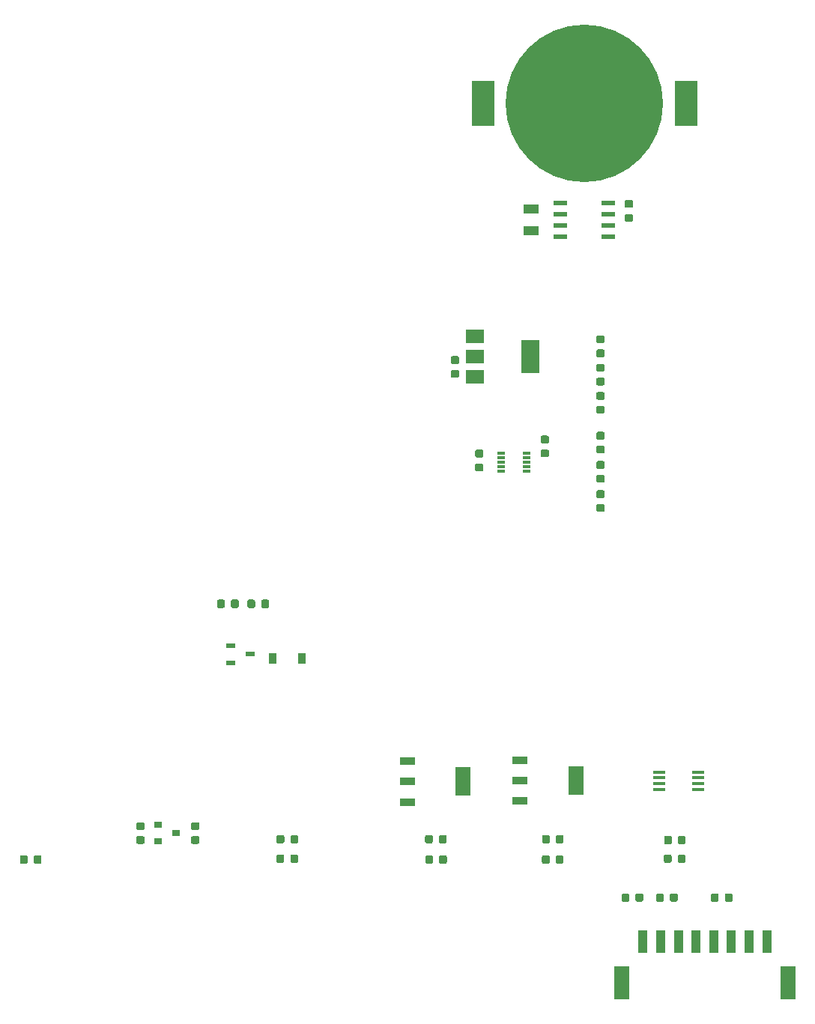
<source format=gbr>
G04 #@! TF.GenerationSoftware,KiCad,Pcbnew,(5.1.2)-2*
G04 #@! TF.CreationDate,2019-09-10T19:29:30+02:00*
G04 #@! TF.ProjectId,Control_board,436f6e74-726f-46c5-9f62-6f6172642e6b,rev?*
G04 #@! TF.SameCoordinates,Original*
G04 #@! TF.FileFunction,Paste,Top*
G04 #@! TF.FilePolarity,Positive*
%FSLAX46Y46*%
G04 Gerber Fmt 4.6, Leading zero omitted, Abs format (unit mm)*
G04 Created by KiCad (PCBNEW (5.1.2)-2) date 2019-09-10 19:29:30*
%MOMM*%
%LPD*%
G04 APERTURE LIST*
%ADD10R,1.000000X2.500000*%
%ADD11R,1.800000X3.800000*%
%ADD12R,2.000000X3.800000*%
%ADD13R,2.000000X1.500000*%
%ADD14R,2.500000X5.100000*%
%ADD15C,17.800000*%
%ADD16C,0.100000*%
%ADD17C,0.875000*%
%ADD18R,0.900000X1.200000*%
%ADD19R,0.900000X0.800000*%
%ADD20R,1.050000X0.600000*%
%ADD21R,1.550000X0.600000*%
%ADD22R,1.800000X1.000000*%
%ADD23R,1.450000X0.450000*%
%ADD24R,1.750000X0.950000*%
%ADD25R,1.750000X3.200000*%
%ADD26R,0.850000X0.300000*%
G04 APERTURE END LIST*
D10*
X155800000Y-168488000D03*
X157800000Y-168488000D03*
X159800000Y-168488000D03*
X161800000Y-168488000D03*
X163800000Y-168488000D03*
D11*
X153400000Y-173138000D03*
X172200000Y-173138000D03*
D10*
X165800000Y-168488000D03*
X167800000Y-168488000D03*
X169800000Y-168488000D03*
D12*
X143100000Y-102350000D03*
D13*
X136800000Y-102350000D03*
X136800000Y-104650000D03*
X136800000Y-100050000D03*
D14*
X160650000Y-73700000D03*
X137750000Y-73700000D03*
D15*
X149200000Y-73700000D03*
D16*
G36*
X154477691Y-84676053D02*
G01*
X154498926Y-84679203D01*
X154519750Y-84684419D01*
X154539962Y-84691651D01*
X154559368Y-84700830D01*
X154577781Y-84711866D01*
X154595024Y-84724654D01*
X154610930Y-84739070D01*
X154625346Y-84754976D01*
X154638134Y-84772219D01*
X154649170Y-84790632D01*
X154658349Y-84810038D01*
X154665581Y-84830250D01*
X154670797Y-84851074D01*
X154673947Y-84872309D01*
X154675000Y-84893750D01*
X154675000Y-85331250D01*
X154673947Y-85352691D01*
X154670797Y-85373926D01*
X154665581Y-85394750D01*
X154658349Y-85414962D01*
X154649170Y-85434368D01*
X154638134Y-85452781D01*
X154625346Y-85470024D01*
X154610930Y-85485930D01*
X154595024Y-85500346D01*
X154577781Y-85513134D01*
X154559368Y-85524170D01*
X154539962Y-85533349D01*
X154519750Y-85540581D01*
X154498926Y-85545797D01*
X154477691Y-85548947D01*
X154456250Y-85550000D01*
X153943750Y-85550000D01*
X153922309Y-85548947D01*
X153901074Y-85545797D01*
X153880250Y-85540581D01*
X153860038Y-85533349D01*
X153840632Y-85524170D01*
X153822219Y-85513134D01*
X153804976Y-85500346D01*
X153789070Y-85485930D01*
X153774654Y-85470024D01*
X153761866Y-85452781D01*
X153750830Y-85434368D01*
X153741651Y-85414962D01*
X153734419Y-85394750D01*
X153729203Y-85373926D01*
X153726053Y-85352691D01*
X153725000Y-85331250D01*
X153725000Y-84893750D01*
X153726053Y-84872309D01*
X153729203Y-84851074D01*
X153734419Y-84830250D01*
X153741651Y-84810038D01*
X153750830Y-84790632D01*
X153761866Y-84772219D01*
X153774654Y-84754976D01*
X153789070Y-84739070D01*
X153804976Y-84724654D01*
X153822219Y-84711866D01*
X153840632Y-84700830D01*
X153860038Y-84691651D01*
X153880250Y-84684419D01*
X153901074Y-84679203D01*
X153922309Y-84676053D01*
X153943750Y-84675000D01*
X154456250Y-84675000D01*
X154477691Y-84676053D01*
X154477691Y-84676053D01*
G37*
D17*
X154200000Y-85112500D03*
D16*
G36*
X154477691Y-86251053D02*
G01*
X154498926Y-86254203D01*
X154519750Y-86259419D01*
X154539962Y-86266651D01*
X154559368Y-86275830D01*
X154577781Y-86286866D01*
X154595024Y-86299654D01*
X154610930Y-86314070D01*
X154625346Y-86329976D01*
X154638134Y-86347219D01*
X154649170Y-86365632D01*
X154658349Y-86385038D01*
X154665581Y-86405250D01*
X154670797Y-86426074D01*
X154673947Y-86447309D01*
X154675000Y-86468750D01*
X154675000Y-86906250D01*
X154673947Y-86927691D01*
X154670797Y-86948926D01*
X154665581Y-86969750D01*
X154658349Y-86989962D01*
X154649170Y-87009368D01*
X154638134Y-87027781D01*
X154625346Y-87045024D01*
X154610930Y-87060930D01*
X154595024Y-87075346D01*
X154577781Y-87088134D01*
X154559368Y-87099170D01*
X154539962Y-87108349D01*
X154519750Y-87115581D01*
X154498926Y-87120797D01*
X154477691Y-87123947D01*
X154456250Y-87125000D01*
X153943750Y-87125000D01*
X153922309Y-87123947D01*
X153901074Y-87120797D01*
X153880250Y-87115581D01*
X153860038Y-87108349D01*
X153840632Y-87099170D01*
X153822219Y-87088134D01*
X153804976Y-87075346D01*
X153789070Y-87060930D01*
X153774654Y-87045024D01*
X153761866Y-87027781D01*
X153750830Y-87009368D01*
X153741651Y-86989962D01*
X153734419Y-86969750D01*
X153729203Y-86948926D01*
X153726053Y-86927691D01*
X153725000Y-86906250D01*
X153725000Y-86468750D01*
X153726053Y-86447309D01*
X153729203Y-86426074D01*
X153734419Y-86405250D01*
X153741651Y-86385038D01*
X153750830Y-86365632D01*
X153761866Y-86347219D01*
X153774654Y-86329976D01*
X153789070Y-86314070D01*
X153804976Y-86299654D01*
X153822219Y-86286866D01*
X153840632Y-86275830D01*
X153860038Y-86266651D01*
X153880250Y-86259419D01*
X153901074Y-86254203D01*
X153922309Y-86251053D01*
X153943750Y-86250000D01*
X154456250Y-86250000D01*
X154477691Y-86251053D01*
X154477691Y-86251053D01*
G37*
D17*
X154200000Y-86687500D03*
D18*
X117250000Y-136500000D03*
X113950000Y-136500000D03*
D19*
X101000000Y-155250000D03*
X101000000Y-157150000D03*
X103000000Y-156200000D03*
D20*
X109200000Y-135050000D03*
X109200000Y-136950000D03*
X111400000Y-136000000D03*
D16*
G36*
X99277691Y-156563553D02*
G01*
X99298926Y-156566703D01*
X99319750Y-156571919D01*
X99339962Y-156579151D01*
X99359368Y-156588330D01*
X99377781Y-156599366D01*
X99395024Y-156612154D01*
X99410930Y-156626570D01*
X99425346Y-156642476D01*
X99438134Y-156659719D01*
X99449170Y-156678132D01*
X99458349Y-156697538D01*
X99465581Y-156717750D01*
X99470797Y-156738574D01*
X99473947Y-156759809D01*
X99475000Y-156781250D01*
X99475000Y-157218750D01*
X99473947Y-157240191D01*
X99470797Y-157261426D01*
X99465581Y-157282250D01*
X99458349Y-157302462D01*
X99449170Y-157321868D01*
X99438134Y-157340281D01*
X99425346Y-157357524D01*
X99410930Y-157373430D01*
X99395024Y-157387846D01*
X99377781Y-157400634D01*
X99359368Y-157411670D01*
X99339962Y-157420849D01*
X99319750Y-157428081D01*
X99298926Y-157433297D01*
X99277691Y-157436447D01*
X99256250Y-157437500D01*
X98743750Y-157437500D01*
X98722309Y-157436447D01*
X98701074Y-157433297D01*
X98680250Y-157428081D01*
X98660038Y-157420849D01*
X98640632Y-157411670D01*
X98622219Y-157400634D01*
X98604976Y-157387846D01*
X98589070Y-157373430D01*
X98574654Y-157357524D01*
X98561866Y-157340281D01*
X98550830Y-157321868D01*
X98541651Y-157302462D01*
X98534419Y-157282250D01*
X98529203Y-157261426D01*
X98526053Y-157240191D01*
X98525000Y-157218750D01*
X98525000Y-156781250D01*
X98526053Y-156759809D01*
X98529203Y-156738574D01*
X98534419Y-156717750D01*
X98541651Y-156697538D01*
X98550830Y-156678132D01*
X98561866Y-156659719D01*
X98574654Y-156642476D01*
X98589070Y-156626570D01*
X98604976Y-156612154D01*
X98622219Y-156599366D01*
X98640632Y-156588330D01*
X98660038Y-156579151D01*
X98680250Y-156571919D01*
X98701074Y-156566703D01*
X98722309Y-156563553D01*
X98743750Y-156562500D01*
X99256250Y-156562500D01*
X99277691Y-156563553D01*
X99277691Y-156563553D01*
G37*
D17*
X99000000Y-157000000D03*
D16*
G36*
X99277691Y-154988553D02*
G01*
X99298926Y-154991703D01*
X99319750Y-154996919D01*
X99339962Y-155004151D01*
X99359368Y-155013330D01*
X99377781Y-155024366D01*
X99395024Y-155037154D01*
X99410930Y-155051570D01*
X99425346Y-155067476D01*
X99438134Y-155084719D01*
X99449170Y-155103132D01*
X99458349Y-155122538D01*
X99465581Y-155142750D01*
X99470797Y-155163574D01*
X99473947Y-155184809D01*
X99475000Y-155206250D01*
X99475000Y-155643750D01*
X99473947Y-155665191D01*
X99470797Y-155686426D01*
X99465581Y-155707250D01*
X99458349Y-155727462D01*
X99449170Y-155746868D01*
X99438134Y-155765281D01*
X99425346Y-155782524D01*
X99410930Y-155798430D01*
X99395024Y-155812846D01*
X99377781Y-155825634D01*
X99359368Y-155836670D01*
X99339962Y-155845849D01*
X99319750Y-155853081D01*
X99298926Y-155858297D01*
X99277691Y-155861447D01*
X99256250Y-155862500D01*
X98743750Y-155862500D01*
X98722309Y-155861447D01*
X98701074Y-155858297D01*
X98680250Y-155853081D01*
X98660038Y-155845849D01*
X98640632Y-155836670D01*
X98622219Y-155825634D01*
X98604976Y-155812846D01*
X98589070Y-155798430D01*
X98574654Y-155782524D01*
X98561866Y-155765281D01*
X98550830Y-155746868D01*
X98541651Y-155727462D01*
X98534419Y-155707250D01*
X98529203Y-155686426D01*
X98526053Y-155665191D01*
X98525000Y-155643750D01*
X98525000Y-155206250D01*
X98526053Y-155184809D01*
X98529203Y-155163574D01*
X98534419Y-155142750D01*
X98541651Y-155122538D01*
X98550830Y-155103132D01*
X98561866Y-155084719D01*
X98574654Y-155067476D01*
X98589070Y-155051570D01*
X98604976Y-155037154D01*
X98622219Y-155024366D01*
X98640632Y-155013330D01*
X98660038Y-155004151D01*
X98680250Y-154996919D01*
X98701074Y-154991703D01*
X98722309Y-154988553D01*
X98743750Y-154987500D01*
X99256250Y-154987500D01*
X99277691Y-154988553D01*
X99277691Y-154988553D01*
G37*
D17*
X99000000Y-155425000D03*
D16*
G36*
X105477691Y-156563553D02*
G01*
X105498926Y-156566703D01*
X105519750Y-156571919D01*
X105539962Y-156579151D01*
X105559368Y-156588330D01*
X105577781Y-156599366D01*
X105595024Y-156612154D01*
X105610930Y-156626570D01*
X105625346Y-156642476D01*
X105638134Y-156659719D01*
X105649170Y-156678132D01*
X105658349Y-156697538D01*
X105665581Y-156717750D01*
X105670797Y-156738574D01*
X105673947Y-156759809D01*
X105675000Y-156781250D01*
X105675000Y-157218750D01*
X105673947Y-157240191D01*
X105670797Y-157261426D01*
X105665581Y-157282250D01*
X105658349Y-157302462D01*
X105649170Y-157321868D01*
X105638134Y-157340281D01*
X105625346Y-157357524D01*
X105610930Y-157373430D01*
X105595024Y-157387846D01*
X105577781Y-157400634D01*
X105559368Y-157411670D01*
X105539962Y-157420849D01*
X105519750Y-157428081D01*
X105498926Y-157433297D01*
X105477691Y-157436447D01*
X105456250Y-157437500D01*
X104943750Y-157437500D01*
X104922309Y-157436447D01*
X104901074Y-157433297D01*
X104880250Y-157428081D01*
X104860038Y-157420849D01*
X104840632Y-157411670D01*
X104822219Y-157400634D01*
X104804976Y-157387846D01*
X104789070Y-157373430D01*
X104774654Y-157357524D01*
X104761866Y-157340281D01*
X104750830Y-157321868D01*
X104741651Y-157302462D01*
X104734419Y-157282250D01*
X104729203Y-157261426D01*
X104726053Y-157240191D01*
X104725000Y-157218750D01*
X104725000Y-156781250D01*
X104726053Y-156759809D01*
X104729203Y-156738574D01*
X104734419Y-156717750D01*
X104741651Y-156697538D01*
X104750830Y-156678132D01*
X104761866Y-156659719D01*
X104774654Y-156642476D01*
X104789070Y-156626570D01*
X104804976Y-156612154D01*
X104822219Y-156599366D01*
X104840632Y-156588330D01*
X104860038Y-156579151D01*
X104880250Y-156571919D01*
X104901074Y-156566703D01*
X104922309Y-156563553D01*
X104943750Y-156562500D01*
X105456250Y-156562500D01*
X105477691Y-156563553D01*
X105477691Y-156563553D01*
G37*
D17*
X105200000Y-157000000D03*
D16*
G36*
X105477691Y-154988553D02*
G01*
X105498926Y-154991703D01*
X105519750Y-154996919D01*
X105539962Y-155004151D01*
X105559368Y-155013330D01*
X105577781Y-155024366D01*
X105595024Y-155037154D01*
X105610930Y-155051570D01*
X105625346Y-155067476D01*
X105638134Y-155084719D01*
X105649170Y-155103132D01*
X105658349Y-155122538D01*
X105665581Y-155142750D01*
X105670797Y-155163574D01*
X105673947Y-155184809D01*
X105675000Y-155206250D01*
X105675000Y-155643750D01*
X105673947Y-155665191D01*
X105670797Y-155686426D01*
X105665581Y-155707250D01*
X105658349Y-155727462D01*
X105649170Y-155746868D01*
X105638134Y-155765281D01*
X105625346Y-155782524D01*
X105610930Y-155798430D01*
X105595024Y-155812846D01*
X105577781Y-155825634D01*
X105559368Y-155836670D01*
X105539962Y-155845849D01*
X105519750Y-155853081D01*
X105498926Y-155858297D01*
X105477691Y-155861447D01*
X105456250Y-155862500D01*
X104943750Y-155862500D01*
X104922309Y-155861447D01*
X104901074Y-155858297D01*
X104880250Y-155853081D01*
X104860038Y-155845849D01*
X104840632Y-155836670D01*
X104822219Y-155825634D01*
X104804976Y-155812846D01*
X104789070Y-155798430D01*
X104774654Y-155782524D01*
X104761866Y-155765281D01*
X104750830Y-155746868D01*
X104741651Y-155727462D01*
X104734419Y-155707250D01*
X104729203Y-155686426D01*
X104726053Y-155665191D01*
X104725000Y-155643750D01*
X104725000Y-155206250D01*
X104726053Y-155184809D01*
X104729203Y-155163574D01*
X104734419Y-155142750D01*
X104741651Y-155122538D01*
X104750830Y-155103132D01*
X104761866Y-155084719D01*
X104774654Y-155067476D01*
X104789070Y-155051570D01*
X104804976Y-155037154D01*
X104822219Y-155024366D01*
X104840632Y-155013330D01*
X104860038Y-155004151D01*
X104880250Y-154996919D01*
X104901074Y-154991703D01*
X104922309Y-154988553D01*
X104943750Y-154987500D01*
X105456250Y-154987500D01*
X105477691Y-154988553D01*
X105477691Y-154988553D01*
G37*
D17*
X105200000Y-155425000D03*
D16*
G36*
X109915191Y-129826053D02*
G01*
X109936426Y-129829203D01*
X109957250Y-129834419D01*
X109977462Y-129841651D01*
X109996868Y-129850830D01*
X110015281Y-129861866D01*
X110032524Y-129874654D01*
X110048430Y-129889070D01*
X110062846Y-129904976D01*
X110075634Y-129922219D01*
X110086670Y-129940632D01*
X110095849Y-129960038D01*
X110103081Y-129980250D01*
X110108297Y-130001074D01*
X110111447Y-130022309D01*
X110112500Y-130043750D01*
X110112500Y-130556250D01*
X110111447Y-130577691D01*
X110108297Y-130598926D01*
X110103081Y-130619750D01*
X110095849Y-130639962D01*
X110086670Y-130659368D01*
X110075634Y-130677781D01*
X110062846Y-130695024D01*
X110048430Y-130710930D01*
X110032524Y-130725346D01*
X110015281Y-130738134D01*
X109996868Y-130749170D01*
X109977462Y-130758349D01*
X109957250Y-130765581D01*
X109936426Y-130770797D01*
X109915191Y-130773947D01*
X109893750Y-130775000D01*
X109456250Y-130775000D01*
X109434809Y-130773947D01*
X109413574Y-130770797D01*
X109392750Y-130765581D01*
X109372538Y-130758349D01*
X109353132Y-130749170D01*
X109334719Y-130738134D01*
X109317476Y-130725346D01*
X109301570Y-130710930D01*
X109287154Y-130695024D01*
X109274366Y-130677781D01*
X109263330Y-130659368D01*
X109254151Y-130639962D01*
X109246919Y-130619750D01*
X109241703Y-130598926D01*
X109238553Y-130577691D01*
X109237500Y-130556250D01*
X109237500Y-130043750D01*
X109238553Y-130022309D01*
X109241703Y-130001074D01*
X109246919Y-129980250D01*
X109254151Y-129960038D01*
X109263330Y-129940632D01*
X109274366Y-129922219D01*
X109287154Y-129904976D01*
X109301570Y-129889070D01*
X109317476Y-129874654D01*
X109334719Y-129861866D01*
X109353132Y-129850830D01*
X109372538Y-129841651D01*
X109392750Y-129834419D01*
X109413574Y-129829203D01*
X109434809Y-129826053D01*
X109456250Y-129825000D01*
X109893750Y-129825000D01*
X109915191Y-129826053D01*
X109915191Y-129826053D01*
G37*
D17*
X109675000Y-130300000D03*
D16*
G36*
X108340191Y-129826053D02*
G01*
X108361426Y-129829203D01*
X108382250Y-129834419D01*
X108402462Y-129841651D01*
X108421868Y-129850830D01*
X108440281Y-129861866D01*
X108457524Y-129874654D01*
X108473430Y-129889070D01*
X108487846Y-129904976D01*
X108500634Y-129922219D01*
X108511670Y-129940632D01*
X108520849Y-129960038D01*
X108528081Y-129980250D01*
X108533297Y-130001074D01*
X108536447Y-130022309D01*
X108537500Y-130043750D01*
X108537500Y-130556250D01*
X108536447Y-130577691D01*
X108533297Y-130598926D01*
X108528081Y-130619750D01*
X108520849Y-130639962D01*
X108511670Y-130659368D01*
X108500634Y-130677781D01*
X108487846Y-130695024D01*
X108473430Y-130710930D01*
X108457524Y-130725346D01*
X108440281Y-130738134D01*
X108421868Y-130749170D01*
X108402462Y-130758349D01*
X108382250Y-130765581D01*
X108361426Y-130770797D01*
X108340191Y-130773947D01*
X108318750Y-130775000D01*
X107881250Y-130775000D01*
X107859809Y-130773947D01*
X107838574Y-130770797D01*
X107817750Y-130765581D01*
X107797538Y-130758349D01*
X107778132Y-130749170D01*
X107759719Y-130738134D01*
X107742476Y-130725346D01*
X107726570Y-130710930D01*
X107712154Y-130695024D01*
X107699366Y-130677781D01*
X107688330Y-130659368D01*
X107679151Y-130639962D01*
X107671919Y-130619750D01*
X107666703Y-130598926D01*
X107663553Y-130577691D01*
X107662500Y-130556250D01*
X107662500Y-130043750D01*
X107663553Y-130022309D01*
X107666703Y-130001074D01*
X107671919Y-129980250D01*
X107679151Y-129960038D01*
X107688330Y-129940632D01*
X107699366Y-129922219D01*
X107712154Y-129904976D01*
X107726570Y-129889070D01*
X107742476Y-129874654D01*
X107759719Y-129861866D01*
X107778132Y-129850830D01*
X107797538Y-129841651D01*
X107817750Y-129834419D01*
X107838574Y-129829203D01*
X107859809Y-129826053D01*
X107881250Y-129825000D01*
X108318750Y-129825000D01*
X108340191Y-129826053D01*
X108340191Y-129826053D01*
G37*
D17*
X108100000Y-130300000D03*
D16*
G36*
X87627691Y-158726053D02*
G01*
X87648926Y-158729203D01*
X87669750Y-158734419D01*
X87689962Y-158741651D01*
X87709368Y-158750830D01*
X87727781Y-158761866D01*
X87745024Y-158774654D01*
X87760930Y-158789070D01*
X87775346Y-158804976D01*
X87788134Y-158822219D01*
X87799170Y-158840632D01*
X87808349Y-158860038D01*
X87815581Y-158880250D01*
X87820797Y-158901074D01*
X87823947Y-158922309D01*
X87825000Y-158943750D01*
X87825000Y-159456250D01*
X87823947Y-159477691D01*
X87820797Y-159498926D01*
X87815581Y-159519750D01*
X87808349Y-159539962D01*
X87799170Y-159559368D01*
X87788134Y-159577781D01*
X87775346Y-159595024D01*
X87760930Y-159610930D01*
X87745024Y-159625346D01*
X87727781Y-159638134D01*
X87709368Y-159649170D01*
X87689962Y-159658349D01*
X87669750Y-159665581D01*
X87648926Y-159670797D01*
X87627691Y-159673947D01*
X87606250Y-159675000D01*
X87168750Y-159675000D01*
X87147309Y-159673947D01*
X87126074Y-159670797D01*
X87105250Y-159665581D01*
X87085038Y-159658349D01*
X87065632Y-159649170D01*
X87047219Y-159638134D01*
X87029976Y-159625346D01*
X87014070Y-159610930D01*
X86999654Y-159595024D01*
X86986866Y-159577781D01*
X86975830Y-159559368D01*
X86966651Y-159539962D01*
X86959419Y-159519750D01*
X86954203Y-159498926D01*
X86951053Y-159477691D01*
X86950000Y-159456250D01*
X86950000Y-158943750D01*
X86951053Y-158922309D01*
X86954203Y-158901074D01*
X86959419Y-158880250D01*
X86966651Y-158860038D01*
X86975830Y-158840632D01*
X86986866Y-158822219D01*
X86999654Y-158804976D01*
X87014070Y-158789070D01*
X87029976Y-158774654D01*
X87047219Y-158761866D01*
X87065632Y-158750830D01*
X87085038Y-158741651D01*
X87105250Y-158734419D01*
X87126074Y-158729203D01*
X87147309Y-158726053D01*
X87168750Y-158725000D01*
X87606250Y-158725000D01*
X87627691Y-158726053D01*
X87627691Y-158726053D01*
G37*
D17*
X87387500Y-159200000D03*
D16*
G36*
X86052691Y-158726053D02*
G01*
X86073926Y-158729203D01*
X86094750Y-158734419D01*
X86114962Y-158741651D01*
X86134368Y-158750830D01*
X86152781Y-158761866D01*
X86170024Y-158774654D01*
X86185930Y-158789070D01*
X86200346Y-158804976D01*
X86213134Y-158822219D01*
X86224170Y-158840632D01*
X86233349Y-158860038D01*
X86240581Y-158880250D01*
X86245797Y-158901074D01*
X86248947Y-158922309D01*
X86250000Y-158943750D01*
X86250000Y-159456250D01*
X86248947Y-159477691D01*
X86245797Y-159498926D01*
X86240581Y-159519750D01*
X86233349Y-159539962D01*
X86224170Y-159559368D01*
X86213134Y-159577781D01*
X86200346Y-159595024D01*
X86185930Y-159610930D01*
X86170024Y-159625346D01*
X86152781Y-159638134D01*
X86134368Y-159649170D01*
X86114962Y-159658349D01*
X86094750Y-159665581D01*
X86073926Y-159670797D01*
X86052691Y-159673947D01*
X86031250Y-159675000D01*
X85593750Y-159675000D01*
X85572309Y-159673947D01*
X85551074Y-159670797D01*
X85530250Y-159665581D01*
X85510038Y-159658349D01*
X85490632Y-159649170D01*
X85472219Y-159638134D01*
X85454976Y-159625346D01*
X85439070Y-159610930D01*
X85424654Y-159595024D01*
X85411866Y-159577781D01*
X85400830Y-159559368D01*
X85391651Y-159539962D01*
X85384419Y-159519750D01*
X85379203Y-159498926D01*
X85376053Y-159477691D01*
X85375000Y-159456250D01*
X85375000Y-158943750D01*
X85376053Y-158922309D01*
X85379203Y-158901074D01*
X85384419Y-158880250D01*
X85391651Y-158860038D01*
X85400830Y-158840632D01*
X85411866Y-158822219D01*
X85424654Y-158804976D01*
X85439070Y-158789070D01*
X85454976Y-158774654D01*
X85472219Y-158761866D01*
X85490632Y-158750830D01*
X85510038Y-158741651D01*
X85530250Y-158734419D01*
X85551074Y-158729203D01*
X85572309Y-158726053D01*
X85593750Y-158725000D01*
X86031250Y-158725000D01*
X86052691Y-158726053D01*
X86052691Y-158726053D01*
G37*
D17*
X85812500Y-159200000D03*
D16*
G36*
X111765191Y-129826053D02*
G01*
X111786426Y-129829203D01*
X111807250Y-129834419D01*
X111827462Y-129841651D01*
X111846868Y-129850830D01*
X111865281Y-129861866D01*
X111882524Y-129874654D01*
X111898430Y-129889070D01*
X111912846Y-129904976D01*
X111925634Y-129922219D01*
X111936670Y-129940632D01*
X111945849Y-129960038D01*
X111953081Y-129980250D01*
X111958297Y-130001074D01*
X111961447Y-130022309D01*
X111962500Y-130043750D01*
X111962500Y-130556250D01*
X111961447Y-130577691D01*
X111958297Y-130598926D01*
X111953081Y-130619750D01*
X111945849Y-130639962D01*
X111936670Y-130659368D01*
X111925634Y-130677781D01*
X111912846Y-130695024D01*
X111898430Y-130710930D01*
X111882524Y-130725346D01*
X111865281Y-130738134D01*
X111846868Y-130749170D01*
X111827462Y-130758349D01*
X111807250Y-130765581D01*
X111786426Y-130770797D01*
X111765191Y-130773947D01*
X111743750Y-130775000D01*
X111306250Y-130775000D01*
X111284809Y-130773947D01*
X111263574Y-130770797D01*
X111242750Y-130765581D01*
X111222538Y-130758349D01*
X111203132Y-130749170D01*
X111184719Y-130738134D01*
X111167476Y-130725346D01*
X111151570Y-130710930D01*
X111137154Y-130695024D01*
X111124366Y-130677781D01*
X111113330Y-130659368D01*
X111104151Y-130639962D01*
X111096919Y-130619750D01*
X111091703Y-130598926D01*
X111088553Y-130577691D01*
X111087500Y-130556250D01*
X111087500Y-130043750D01*
X111088553Y-130022309D01*
X111091703Y-130001074D01*
X111096919Y-129980250D01*
X111104151Y-129960038D01*
X111113330Y-129940632D01*
X111124366Y-129922219D01*
X111137154Y-129904976D01*
X111151570Y-129889070D01*
X111167476Y-129874654D01*
X111184719Y-129861866D01*
X111203132Y-129850830D01*
X111222538Y-129841651D01*
X111242750Y-129834419D01*
X111263574Y-129829203D01*
X111284809Y-129826053D01*
X111306250Y-129825000D01*
X111743750Y-129825000D01*
X111765191Y-129826053D01*
X111765191Y-129826053D01*
G37*
D17*
X111525000Y-130300000D03*
D16*
G36*
X113340191Y-129826053D02*
G01*
X113361426Y-129829203D01*
X113382250Y-129834419D01*
X113402462Y-129841651D01*
X113421868Y-129850830D01*
X113440281Y-129861866D01*
X113457524Y-129874654D01*
X113473430Y-129889070D01*
X113487846Y-129904976D01*
X113500634Y-129922219D01*
X113511670Y-129940632D01*
X113520849Y-129960038D01*
X113528081Y-129980250D01*
X113533297Y-130001074D01*
X113536447Y-130022309D01*
X113537500Y-130043750D01*
X113537500Y-130556250D01*
X113536447Y-130577691D01*
X113533297Y-130598926D01*
X113528081Y-130619750D01*
X113520849Y-130639962D01*
X113511670Y-130659368D01*
X113500634Y-130677781D01*
X113487846Y-130695024D01*
X113473430Y-130710930D01*
X113457524Y-130725346D01*
X113440281Y-130738134D01*
X113421868Y-130749170D01*
X113402462Y-130758349D01*
X113382250Y-130765581D01*
X113361426Y-130770797D01*
X113340191Y-130773947D01*
X113318750Y-130775000D01*
X112881250Y-130775000D01*
X112859809Y-130773947D01*
X112838574Y-130770797D01*
X112817750Y-130765581D01*
X112797538Y-130758349D01*
X112778132Y-130749170D01*
X112759719Y-130738134D01*
X112742476Y-130725346D01*
X112726570Y-130710930D01*
X112712154Y-130695024D01*
X112699366Y-130677781D01*
X112688330Y-130659368D01*
X112679151Y-130639962D01*
X112671919Y-130619750D01*
X112666703Y-130598926D01*
X112663553Y-130577691D01*
X112662500Y-130556250D01*
X112662500Y-130043750D01*
X112663553Y-130022309D01*
X112666703Y-130001074D01*
X112671919Y-129980250D01*
X112679151Y-129960038D01*
X112688330Y-129940632D01*
X112699366Y-129922219D01*
X112712154Y-129904976D01*
X112726570Y-129889070D01*
X112742476Y-129874654D01*
X112759719Y-129861866D01*
X112778132Y-129850830D01*
X112797538Y-129841651D01*
X112817750Y-129834419D01*
X112838574Y-129829203D01*
X112859809Y-129826053D01*
X112881250Y-129825000D01*
X113318750Y-129825000D01*
X113340191Y-129826053D01*
X113340191Y-129826053D01*
G37*
D17*
X113100000Y-130300000D03*
D21*
X146500000Y-84995000D03*
X146500000Y-86265000D03*
X146500000Y-87535000D03*
X146500000Y-88805000D03*
X151900000Y-88805000D03*
X151900000Y-87535000D03*
X151900000Y-86265000D03*
X151900000Y-84995000D03*
D22*
X143200000Y-85650000D03*
X143200000Y-88150000D03*
D16*
G36*
X159530191Y-163026053D02*
G01*
X159551426Y-163029203D01*
X159572250Y-163034419D01*
X159592462Y-163041651D01*
X159611868Y-163050830D01*
X159630281Y-163061866D01*
X159647524Y-163074654D01*
X159663430Y-163089070D01*
X159677846Y-163104976D01*
X159690634Y-163122219D01*
X159701670Y-163140632D01*
X159710849Y-163160038D01*
X159718081Y-163180250D01*
X159723297Y-163201074D01*
X159726447Y-163222309D01*
X159727500Y-163243750D01*
X159727500Y-163756250D01*
X159726447Y-163777691D01*
X159723297Y-163798926D01*
X159718081Y-163819750D01*
X159710849Y-163839962D01*
X159701670Y-163859368D01*
X159690634Y-163877781D01*
X159677846Y-163895024D01*
X159663430Y-163910930D01*
X159647524Y-163925346D01*
X159630281Y-163938134D01*
X159611868Y-163949170D01*
X159592462Y-163958349D01*
X159572250Y-163965581D01*
X159551426Y-163970797D01*
X159530191Y-163973947D01*
X159508750Y-163975000D01*
X159071250Y-163975000D01*
X159049809Y-163973947D01*
X159028574Y-163970797D01*
X159007750Y-163965581D01*
X158987538Y-163958349D01*
X158968132Y-163949170D01*
X158949719Y-163938134D01*
X158932476Y-163925346D01*
X158916570Y-163910930D01*
X158902154Y-163895024D01*
X158889366Y-163877781D01*
X158878330Y-163859368D01*
X158869151Y-163839962D01*
X158861919Y-163819750D01*
X158856703Y-163798926D01*
X158853553Y-163777691D01*
X158852500Y-163756250D01*
X158852500Y-163243750D01*
X158853553Y-163222309D01*
X158856703Y-163201074D01*
X158861919Y-163180250D01*
X158869151Y-163160038D01*
X158878330Y-163140632D01*
X158889366Y-163122219D01*
X158902154Y-163104976D01*
X158916570Y-163089070D01*
X158932476Y-163074654D01*
X158949719Y-163061866D01*
X158968132Y-163050830D01*
X158987538Y-163041651D01*
X159007750Y-163034419D01*
X159028574Y-163029203D01*
X159049809Y-163026053D01*
X159071250Y-163025000D01*
X159508750Y-163025000D01*
X159530191Y-163026053D01*
X159530191Y-163026053D01*
G37*
D17*
X159290000Y-163500000D03*
D16*
G36*
X157955191Y-163026053D02*
G01*
X157976426Y-163029203D01*
X157997250Y-163034419D01*
X158017462Y-163041651D01*
X158036868Y-163050830D01*
X158055281Y-163061866D01*
X158072524Y-163074654D01*
X158088430Y-163089070D01*
X158102846Y-163104976D01*
X158115634Y-163122219D01*
X158126670Y-163140632D01*
X158135849Y-163160038D01*
X158143081Y-163180250D01*
X158148297Y-163201074D01*
X158151447Y-163222309D01*
X158152500Y-163243750D01*
X158152500Y-163756250D01*
X158151447Y-163777691D01*
X158148297Y-163798926D01*
X158143081Y-163819750D01*
X158135849Y-163839962D01*
X158126670Y-163859368D01*
X158115634Y-163877781D01*
X158102846Y-163895024D01*
X158088430Y-163910930D01*
X158072524Y-163925346D01*
X158055281Y-163938134D01*
X158036868Y-163949170D01*
X158017462Y-163958349D01*
X157997250Y-163965581D01*
X157976426Y-163970797D01*
X157955191Y-163973947D01*
X157933750Y-163975000D01*
X157496250Y-163975000D01*
X157474809Y-163973947D01*
X157453574Y-163970797D01*
X157432750Y-163965581D01*
X157412538Y-163958349D01*
X157393132Y-163949170D01*
X157374719Y-163938134D01*
X157357476Y-163925346D01*
X157341570Y-163910930D01*
X157327154Y-163895024D01*
X157314366Y-163877781D01*
X157303330Y-163859368D01*
X157294151Y-163839962D01*
X157286919Y-163819750D01*
X157281703Y-163798926D01*
X157278553Y-163777691D01*
X157277500Y-163756250D01*
X157277500Y-163243750D01*
X157278553Y-163222309D01*
X157281703Y-163201074D01*
X157286919Y-163180250D01*
X157294151Y-163160038D01*
X157303330Y-163140632D01*
X157314366Y-163122219D01*
X157327154Y-163104976D01*
X157341570Y-163089070D01*
X157357476Y-163074654D01*
X157374719Y-163061866D01*
X157393132Y-163050830D01*
X157412538Y-163041651D01*
X157432750Y-163034419D01*
X157453574Y-163029203D01*
X157474809Y-163026053D01*
X157496250Y-163025000D01*
X157933750Y-163025000D01*
X157955191Y-163026053D01*
X157955191Y-163026053D01*
G37*
D17*
X157715000Y-163500000D03*
D16*
G36*
X154060191Y-163026053D02*
G01*
X154081426Y-163029203D01*
X154102250Y-163034419D01*
X154122462Y-163041651D01*
X154141868Y-163050830D01*
X154160281Y-163061866D01*
X154177524Y-163074654D01*
X154193430Y-163089070D01*
X154207846Y-163104976D01*
X154220634Y-163122219D01*
X154231670Y-163140632D01*
X154240849Y-163160038D01*
X154248081Y-163180250D01*
X154253297Y-163201074D01*
X154256447Y-163222309D01*
X154257500Y-163243750D01*
X154257500Y-163756250D01*
X154256447Y-163777691D01*
X154253297Y-163798926D01*
X154248081Y-163819750D01*
X154240849Y-163839962D01*
X154231670Y-163859368D01*
X154220634Y-163877781D01*
X154207846Y-163895024D01*
X154193430Y-163910930D01*
X154177524Y-163925346D01*
X154160281Y-163938134D01*
X154141868Y-163949170D01*
X154122462Y-163958349D01*
X154102250Y-163965581D01*
X154081426Y-163970797D01*
X154060191Y-163973947D01*
X154038750Y-163975000D01*
X153601250Y-163975000D01*
X153579809Y-163973947D01*
X153558574Y-163970797D01*
X153537750Y-163965581D01*
X153517538Y-163958349D01*
X153498132Y-163949170D01*
X153479719Y-163938134D01*
X153462476Y-163925346D01*
X153446570Y-163910930D01*
X153432154Y-163895024D01*
X153419366Y-163877781D01*
X153408330Y-163859368D01*
X153399151Y-163839962D01*
X153391919Y-163819750D01*
X153386703Y-163798926D01*
X153383553Y-163777691D01*
X153382500Y-163756250D01*
X153382500Y-163243750D01*
X153383553Y-163222309D01*
X153386703Y-163201074D01*
X153391919Y-163180250D01*
X153399151Y-163160038D01*
X153408330Y-163140632D01*
X153419366Y-163122219D01*
X153432154Y-163104976D01*
X153446570Y-163089070D01*
X153462476Y-163074654D01*
X153479719Y-163061866D01*
X153498132Y-163050830D01*
X153517538Y-163041651D01*
X153537750Y-163034419D01*
X153558574Y-163029203D01*
X153579809Y-163026053D01*
X153601250Y-163025000D01*
X154038750Y-163025000D01*
X154060191Y-163026053D01*
X154060191Y-163026053D01*
G37*
D17*
X153820000Y-163500000D03*
D16*
G36*
X155635191Y-163026053D02*
G01*
X155656426Y-163029203D01*
X155677250Y-163034419D01*
X155697462Y-163041651D01*
X155716868Y-163050830D01*
X155735281Y-163061866D01*
X155752524Y-163074654D01*
X155768430Y-163089070D01*
X155782846Y-163104976D01*
X155795634Y-163122219D01*
X155806670Y-163140632D01*
X155815849Y-163160038D01*
X155823081Y-163180250D01*
X155828297Y-163201074D01*
X155831447Y-163222309D01*
X155832500Y-163243750D01*
X155832500Y-163756250D01*
X155831447Y-163777691D01*
X155828297Y-163798926D01*
X155823081Y-163819750D01*
X155815849Y-163839962D01*
X155806670Y-163859368D01*
X155795634Y-163877781D01*
X155782846Y-163895024D01*
X155768430Y-163910930D01*
X155752524Y-163925346D01*
X155735281Y-163938134D01*
X155716868Y-163949170D01*
X155697462Y-163958349D01*
X155677250Y-163965581D01*
X155656426Y-163970797D01*
X155635191Y-163973947D01*
X155613750Y-163975000D01*
X155176250Y-163975000D01*
X155154809Y-163973947D01*
X155133574Y-163970797D01*
X155112750Y-163965581D01*
X155092538Y-163958349D01*
X155073132Y-163949170D01*
X155054719Y-163938134D01*
X155037476Y-163925346D01*
X155021570Y-163910930D01*
X155007154Y-163895024D01*
X154994366Y-163877781D01*
X154983330Y-163859368D01*
X154974151Y-163839962D01*
X154966919Y-163819750D01*
X154961703Y-163798926D01*
X154958553Y-163777691D01*
X154957500Y-163756250D01*
X154957500Y-163243750D01*
X154958553Y-163222309D01*
X154961703Y-163201074D01*
X154966919Y-163180250D01*
X154974151Y-163160038D01*
X154983330Y-163140632D01*
X154994366Y-163122219D01*
X155007154Y-163104976D01*
X155021570Y-163089070D01*
X155037476Y-163074654D01*
X155054719Y-163061866D01*
X155073132Y-163050830D01*
X155092538Y-163041651D01*
X155112750Y-163034419D01*
X155133574Y-163029203D01*
X155154809Y-163026053D01*
X155176250Y-163025000D01*
X155613750Y-163025000D01*
X155635191Y-163026053D01*
X155635191Y-163026053D01*
G37*
D17*
X155395000Y-163500000D03*
D16*
G36*
X134827691Y-102313553D02*
G01*
X134848926Y-102316703D01*
X134869750Y-102321919D01*
X134889962Y-102329151D01*
X134909368Y-102338330D01*
X134927781Y-102349366D01*
X134945024Y-102362154D01*
X134960930Y-102376570D01*
X134975346Y-102392476D01*
X134988134Y-102409719D01*
X134999170Y-102428132D01*
X135008349Y-102447538D01*
X135015581Y-102467750D01*
X135020797Y-102488574D01*
X135023947Y-102509809D01*
X135025000Y-102531250D01*
X135025000Y-102968750D01*
X135023947Y-102990191D01*
X135020797Y-103011426D01*
X135015581Y-103032250D01*
X135008349Y-103052462D01*
X134999170Y-103071868D01*
X134988134Y-103090281D01*
X134975346Y-103107524D01*
X134960930Y-103123430D01*
X134945024Y-103137846D01*
X134927781Y-103150634D01*
X134909368Y-103161670D01*
X134889962Y-103170849D01*
X134869750Y-103178081D01*
X134848926Y-103183297D01*
X134827691Y-103186447D01*
X134806250Y-103187500D01*
X134293750Y-103187500D01*
X134272309Y-103186447D01*
X134251074Y-103183297D01*
X134230250Y-103178081D01*
X134210038Y-103170849D01*
X134190632Y-103161670D01*
X134172219Y-103150634D01*
X134154976Y-103137846D01*
X134139070Y-103123430D01*
X134124654Y-103107524D01*
X134111866Y-103090281D01*
X134100830Y-103071868D01*
X134091651Y-103052462D01*
X134084419Y-103032250D01*
X134079203Y-103011426D01*
X134076053Y-102990191D01*
X134075000Y-102968750D01*
X134075000Y-102531250D01*
X134076053Y-102509809D01*
X134079203Y-102488574D01*
X134084419Y-102467750D01*
X134091651Y-102447538D01*
X134100830Y-102428132D01*
X134111866Y-102409719D01*
X134124654Y-102392476D01*
X134139070Y-102376570D01*
X134154976Y-102362154D01*
X134172219Y-102349366D01*
X134190632Y-102338330D01*
X134210038Y-102329151D01*
X134230250Y-102321919D01*
X134251074Y-102316703D01*
X134272309Y-102313553D01*
X134293750Y-102312500D01*
X134806250Y-102312500D01*
X134827691Y-102313553D01*
X134827691Y-102313553D01*
G37*
D17*
X134550000Y-102750000D03*
D16*
G36*
X134827691Y-103888553D02*
G01*
X134848926Y-103891703D01*
X134869750Y-103896919D01*
X134889962Y-103904151D01*
X134909368Y-103913330D01*
X134927781Y-103924366D01*
X134945024Y-103937154D01*
X134960930Y-103951570D01*
X134975346Y-103967476D01*
X134988134Y-103984719D01*
X134999170Y-104003132D01*
X135008349Y-104022538D01*
X135015581Y-104042750D01*
X135020797Y-104063574D01*
X135023947Y-104084809D01*
X135025000Y-104106250D01*
X135025000Y-104543750D01*
X135023947Y-104565191D01*
X135020797Y-104586426D01*
X135015581Y-104607250D01*
X135008349Y-104627462D01*
X134999170Y-104646868D01*
X134988134Y-104665281D01*
X134975346Y-104682524D01*
X134960930Y-104698430D01*
X134945024Y-104712846D01*
X134927781Y-104725634D01*
X134909368Y-104736670D01*
X134889962Y-104745849D01*
X134869750Y-104753081D01*
X134848926Y-104758297D01*
X134827691Y-104761447D01*
X134806250Y-104762500D01*
X134293750Y-104762500D01*
X134272309Y-104761447D01*
X134251074Y-104758297D01*
X134230250Y-104753081D01*
X134210038Y-104745849D01*
X134190632Y-104736670D01*
X134172219Y-104725634D01*
X134154976Y-104712846D01*
X134139070Y-104698430D01*
X134124654Y-104682524D01*
X134111866Y-104665281D01*
X134100830Y-104646868D01*
X134091651Y-104627462D01*
X134084419Y-104607250D01*
X134079203Y-104586426D01*
X134076053Y-104565191D01*
X134075000Y-104543750D01*
X134075000Y-104106250D01*
X134076053Y-104084809D01*
X134079203Y-104063574D01*
X134084419Y-104042750D01*
X134091651Y-104022538D01*
X134100830Y-104003132D01*
X134111866Y-103984719D01*
X134124654Y-103967476D01*
X134139070Y-103951570D01*
X134154976Y-103937154D01*
X134172219Y-103924366D01*
X134190632Y-103913330D01*
X134210038Y-103904151D01*
X134230250Y-103896919D01*
X134251074Y-103891703D01*
X134272309Y-103888553D01*
X134293750Y-103887500D01*
X134806250Y-103887500D01*
X134827691Y-103888553D01*
X134827691Y-103888553D01*
G37*
D17*
X134550000Y-104325000D03*
D16*
G36*
X146627691Y-158726053D02*
G01*
X146648926Y-158729203D01*
X146669750Y-158734419D01*
X146689962Y-158741651D01*
X146709368Y-158750830D01*
X146727781Y-158761866D01*
X146745024Y-158774654D01*
X146760930Y-158789070D01*
X146775346Y-158804976D01*
X146788134Y-158822219D01*
X146799170Y-158840632D01*
X146808349Y-158860038D01*
X146815581Y-158880250D01*
X146820797Y-158901074D01*
X146823947Y-158922309D01*
X146825000Y-158943750D01*
X146825000Y-159456250D01*
X146823947Y-159477691D01*
X146820797Y-159498926D01*
X146815581Y-159519750D01*
X146808349Y-159539962D01*
X146799170Y-159559368D01*
X146788134Y-159577781D01*
X146775346Y-159595024D01*
X146760930Y-159610930D01*
X146745024Y-159625346D01*
X146727781Y-159638134D01*
X146709368Y-159649170D01*
X146689962Y-159658349D01*
X146669750Y-159665581D01*
X146648926Y-159670797D01*
X146627691Y-159673947D01*
X146606250Y-159675000D01*
X146168750Y-159675000D01*
X146147309Y-159673947D01*
X146126074Y-159670797D01*
X146105250Y-159665581D01*
X146085038Y-159658349D01*
X146065632Y-159649170D01*
X146047219Y-159638134D01*
X146029976Y-159625346D01*
X146014070Y-159610930D01*
X145999654Y-159595024D01*
X145986866Y-159577781D01*
X145975830Y-159559368D01*
X145966651Y-159539962D01*
X145959419Y-159519750D01*
X145954203Y-159498926D01*
X145951053Y-159477691D01*
X145950000Y-159456250D01*
X145950000Y-158943750D01*
X145951053Y-158922309D01*
X145954203Y-158901074D01*
X145959419Y-158880250D01*
X145966651Y-158860038D01*
X145975830Y-158840632D01*
X145986866Y-158822219D01*
X145999654Y-158804976D01*
X146014070Y-158789070D01*
X146029976Y-158774654D01*
X146047219Y-158761866D01*
X146065632Y-158750830D01*
X146085038Y-158741651D01*
X146105250Y-158734419D01*
X146126074Y-158729203D01*
X146147309Y-158726053D01*
X146168750Y-158725000D01*
X146606250Y-158725000D01*
X146627691Y-158726053D01*
X146627691Y-158726053D01*
G37*
D17*
X146387500Y-159200000D03*
D16*
G36*
X145052691Y-158726053D02*
G01*
X145073926Y-158729203D01*
X145094750Y-158734419D01*
X145114962Y-158741651D01*
X145134368Y-158750830D01*
X145152781Y-158761866D01*
X145170024Y-158774654D01*
X145185930Y-158789070D01*
X145200346Y-158804976D01*
X145213134Y-158822219D01*
X145224170Y-158840632D01*
X145233349Y-158860038D01*
X145240581Y-158880250D01*
X145245797Y-158901074D01*
X145248947Y-158922309D01*
X145250000Y-158943750D01*
X145250000Y-159456250D01*
X145248947Y-159477691D01*
X145245797Y-159498926D01*
X145240581Y-159519750D01*
X145233349Y-159539962D01*
X145224170Y-159559368D01*
X145213134Y-159577781D01*
X145200346Y-159595024D01*
X145185930Y-159610930D01*
X145170024Y-159625346D01*
X145152781Y-159638134D01*
X145134368Y-159649170D01*
X145114962Y-159658349D01*
X145094750Y-159665581D01*
X145073926Y-159670797D01*
X145052691Y-159673947D01*
X145031250Y-159675000D01*
X144593750Y-159675000D01*
X144572309Y-159673947D01*
X144551074Y-159670797D01*
X144530250Y-159665581D01*
X144510038Y-159658349D01*
X144490632Y-159649170D01*
X144472219Y-159638134D01*
X144454976Y-159625346D01*
X144439070Y-159610930D01*
X144424654Y-159595024D01*
X144411866Y-159577781D01*
X144400830Y-159559368D01*
X144391651Y-159539962D01*
X144384419Y-159519750D01*
X144379203Y-159498926D01*
X144376053Y-159477691D01*
X144375000Y-159456250D01*
X144375000Y-158943750D01*
X144376053Y-158922309D01*
X144379203Y-158901074D01*
X144384419Y-158880250D01*
X144391651Y-158860038D01*
X144400830Y-158840632D01*
X144411866Y-158822219D01*
X144424654Y-158804976D01*
X144439070Y-158789070D01*
X144454976Y-158774654D01*
X144472219Y-158761866D01*
X144490632Y-158750830D01*
X144510038Y-158741651D01*
X144530250Y-158734419D01*
X144551074Y-158729203D01*
X144572309Y-158726053D01*
X144593750Y-158725000D01*
X145031250Y-158725000D01*
X145052691Y-158726053D01*
X145052691Y-158726053D01*
G37*
D17*
X144812500Y-159200000D03*
D16*
G36*
X131865191Y-158726053D02*
G01*
X131886426Y-158729203D01*
X131907250Y-158734419D01*
X131927462Y-158741651D01*
X131946868Y-158750830D01*
X131965281Y-158761866D01*
X131982524Y-158774654D01*
X131998430Y-158789070D01*
X132012846Y-158804976D01*
X132025634Y-158822219D01*
X132036670Y-158840632D01*
X132045849Y-158860038D01*
X132053081Y-158880250D01*
X132058297Y-158901074D01*
X132061447Y-158922309D01*
X132062500Y-158943750D01*
X132062500Y-159456250D01*
X132061447Y-159477691D01*
X132058297Y-159498926D01*
X132053081Y-159519750D01*
X132045849Y-159539962D01*
X132036670Y-159559368D01*
X132025634Y-159577781D01*
X132012846Y-159595024D01*
X131998430Y-159610930D01*
X131982524Y-159625346D01*
X131965281Y-159638134D01*
X131946868Y-159649170D01*
X131927462Y-159658349D01*
X131907250Y-159665581D01*
X131886426Y-159670797D01*
X131865191Y-159673947D01*
X131843750Y-159675000D01*
X131406250Y-159675000D01*
X131384809Y-159673947D01*
X131363574Y-159670797D01*
X131342750Y-159665581D01*
X131322538Y-159658349D01*
X131303132Y-159649170D01*
X131284719Y-159638134D01*
X131267476Y-159625346D01*
X131251570Y-159610930D01*
X131237154Y-159595024D01*
X131224366Y-159577781D01*
X131213330Y-159559368D01*
X131204151Y-159539962D01*
X131196919Y-159519750D01*
X131191703Y-159498926D01*
X131188553Y-159477691D01*
X131187500Y-159456250D01*
X131187500Y-158943750D01*
X131188553Y-158922309D01*
X131191703Y-158901074D01*
X131196919Y-158880250D01*
X131204151Y-158860038D01*
X131213330Y-158840632D01*
X131224366Y-158822219D01*
X131237154Y-158804976D01*
X131251570Y-158789070D01*
X131267476Y-158774654D01*
X131284719Y-158761866D01*
X131303132Y-158750830D01*
X131322538Y-158741651D01*
X131342750Y-158734419D01*
X131363574Y-158729203D01*
X131384809Y-158726053D01*
X131406250Y-158725000D01*
X131843750Y-158725000D01*
X131865191Y-158726053D01*
X131865191Y-158726053D01*
G37*
D17*
X131625000Y-159200000D03*
D16*
G36*
X133440191Y-158726053D02*
G01*
X133461426Y-158729203D01*
X133482250Y-158734419D01*
X133502462Y-158741651D01*
X133521868Y-158750830D01*
X133540281Y-158761866D01*
X133557524Y-158774654D01*
X133573430Y-158789070D01*
X133587846Y-158804976D01*
X133600634Y-158822219D01*
X133611670Y-158840632D01*
X133620849Y-158860038D01*
X133628081Y-158880250D01*
X133633297Y-158901074D01*
X133636447Y-158922309D01*
X133637500Y-158943750D01*
X133637500Y-159456250D01*
X133636447Y-159477691D01*
X133633297Y-159498926D01*
X133628081Y-159519750D01*
X133620849Y-159539962D01*
X133611670Y-159559368D01*
X133600634Y-159577781D01*
X133587846Y-159595024D01*
X133573430Y-159610930D01*
X133557524Y-159625346D01*
X133540281Y-159638134D01*
X133521868Y-159649170D01*
X133502462Y-159658349D01*
X133482250Y-159665581D01*
X133461426Y-159670797D01*
X133440191Y-159673947D01*
X133418750Y-159675000D01*
X132981250Y-159675000D01*
X132959809Y-159673947D01*
X132938574Y-159670797D01*
X132917750Y-159665581D01*
X132897538Y-159658349D01*
X132878132Y-159649170D01*
X132859719Y-159638134D01*
X132842476Y-159625346D01*
X132826570Y-159610930D01*
X132812154Y-159595024D01*
X132799366Y-159577781D01*
X132788330Y-159559368D01*
X132779151Y-159539962D01*
X132771919Y-159519750D01*
X132766703Y-159498926D01*
X132763553Y-159477691D01*
X132762500Y-159456250D01*
X132762500Y-158943750D01*
X132763553Y-158922309D01*
X132766703Y-158901074D01*
X132771919Y-158880250D01*
X132779151Y-158860038D01*
X132788330Y-158840632D01*
X132799366Y-158822219D01*
X132812154Y-158804976D01*
X132826570Y-158789070D01*
X132842476Y-158774654D01*
X132859719Y-158761866D01*
X132878132Y-158750830D01*
X132897538Y-158741651D01*
X132917750Y-158734419D01*
X132938574Y-158729203D01*
X132959809Y-158726053D01*
X132981250Y-158725000D01*
X133418750Y-158725000D01*
X133440191Y-158726053D01*
X133440191Y-158726053D01*
G37*
D17*
X133200000Y-159200000D03*
D16*
G36*
X158840191Y-158626053D02*
G01*
X158861426Y-158629203D01*
X158882250Y-158634419D01*
X158902462Y-158641651D01*
X158921868Y-158650830D01*
X158940281Y-158661866D01*
X158957524Y-158674654D01*
X158973430Y-158689070D01*
X158987846Y-158704976D01*
X159000634Y-158722219D01*
X159011670Y-158740632D01*
X159020849Y-158760038D01*
X159028081Y-158780250D01*
X159033297Y-158801074D01*
X159036447Y-158822309D01*
X159037500Y-158843750D01*
X159037500Y-159356250D01*
X159036447Y-159377691D01*
X159033297Y-159398926D01*
X159028081Y-159419750D01*
X159020849Y-159439962D01*
X159011670Y-159459368D01*
X159000634Y-159477781D01*
X158987846Y-159495024D01*
X158973430Y-159510930D01*
X158957524Y-159525346D01*
X158940281Y-159538134D01*
X158921868Y-159549170D01*
X158902462Y-159558349D01*
X158882250Y-159565581D01*
X158861426Y-159570797D01*
X158840191Y-159573947D01*
X158818750Y-159575000D01*
X158381250Y-159575000D01*
X158359809Y-159573947D01*
X158338574Y-159570797D01*
X158317750Y-159565581D01*
X158297538Y-159558349D01*
X158278132Y-159549170D01*
X158259719Y-159538134D01*
X158242476Y-159525346D01*
X158226570Y-159510930D01*
X158212154Y-159495024D01*
X158199366Y-159477781D01*
X158188330Y-159459368D01*
X158179151Y-159439962D01*
X158171919Y-159419750D01*
X158166703Y-159398926D01*
X158163553Y-159377691D01*
X158162500Y-159356250D01*
X158162500Y-158843750D01*
X158163553Y-158822309D01*
X158166703Y-158801074D01*
X158171919Y-158780250D01*
X158179151Y-158760038D01*
X158188330Y-158740632D01*
X158199366Y-158722219D01*
X158212154Y-158704976D01*
X158226570Y-158689070D01*
X158242476Y-158674654D01*
X158259719Y-158661866D01*
X158278132Y-158650830D01*
X158297538Y-158641651D01*
X158317750Y-158634419D01*
X158338574Y-158629203D01*
X158359809Y-158626053D01*
X158381250Y-158625000D01*
X158818750Y-158625000D01*
X158840191Y-158626053D01*
X158840191Y-158626053D01*
G37*
D17*
X158600000Y-159100000D03*
D16*
G36*
X160415191Y-158626053D02*
G01*
X160436426Y-158629203D01*
X160457250Y-158634419D01*
X160477462Y-158641651D01*
X160496868Y-158650830D01*
X160515281Y-158661866D01*
X160532524Y-158674654D01*
X160548430Y-158689070D01*
X160562846Y-158704976D01*
X160575634Y-158722219D01*
X160586670Y-158740632D01*
X160595849Y-158760038D01*
X160603081Y-158780250D01*
X160608297Y-158801074D01*
X160611447Y-158822309D01*
X160612500Y-158843750D01*
X160612500Y-159356250D01*
X160611447Y-159377691D01*
X160608297Y-159398926D01*
X160603081Y-159419750D01*
X160595849Y-159439962D01*
X160586670Y-159459368D01*
X160575634Y-159477781D01*
X160562846Y-159495024D01*
X160548430Y-159510930D01*
X160532524Y-159525346D01*
X160515281Y-159538134D01*
X160496868Y-159549170D01*
X160477462Y-159558349D01*
X160457250Y-159565581D01*
X160436426Y-159570797D01*
X160415191Y-159573947D01*
X160393750Y-159575000D01*
X159956250Y-159575000D01*
X159934809Y-159573947D01*
X159913574Y-159570797D01*
X159892750Y-159565581D01*
X159872538Y-159558349D01*
X159853132Y-159549170D01*
X159834719Y-159538134D01*
X159817476Y-159525346D01*
X159801570Y-159510930D01*
X159787154Y-159495024D01*
X159774366Y-159477781D01*
X159763330Y-159459368D01*
X159754151Y-159439962D01*
X159746919Y-159419750D01*
X159741703Y-159398926D01*
X159738553Y-159377691D01*
X159737500Y-159356250D01*
X159737500Y-158843750D01*
X159738553Y-158822309D01*
X159741703Y-158801074D01*
X159746919Y-158780250D01*
X159754151Y-158760038D01*
X159763330Y-158740632D01*
X159774366Y-158722219D01*
X159787154Y-158704976D01*
X159801570Y-158689070D01*
X159817476Y-158674654D01*
X159834719Y-158661866D01*
X159853132Y-158650830D01*
X159872538Y-158641651D01*
X159892750Y-158634419D01*
X159913574Y-158629203D01*
X159934809Y-158626053D01*
X159956250Y-158625000D01*
X160393750Y-158625000D01*
X160415191Y-158626053D01*
X160415191Y-158626053D01*
G37*
D17*
X160175000Y-159100000D03*
D16*
G36*
X116627691Y-158626053D02*
G01*
X116648926Y-158629203D01*
X116669750Y-158634419D01*
X116689962Y-158641651D01*
X116709368Y-158650830D01*
X116727781Y-158661866D01*
X116745024Y-158674654D01*
X116760930Y-158689070D01*
X116775346Y-158704976D01*
X116788134Y-158722219D01*
X116799170Y-158740632D01*
X116808349Y-158760038D01*
X116815581Y-158780250D01*
X116820797Y-158801074D01*
X116823947Y-158822309D01*
X116825000Y-158843750D01*
X116825000Y-159356250D01*
X116823947Y-159377691D01*
X116820797Y-159398926D01*
X116815581Y-159419750D01*
X116808349Y-159439962D01*
X116799170Y-159459368D01*
X116788134Y-159477781D01*
X116775346Y-159495024D01*
X116760930Y-159510930D01*
X116745024Y-159525346D01*
X116727781Y-159538134D01*
X116709368Y-159549170D01*
X116689962Y-159558349D01*
X116669750Y-159565581D01*
X116648926Y-159570797D01*
X116627691Y-159573947D01*
X116606250Y-159575000D01*
X116168750Y-159575000D01*
X116147309Y-159573947D01*
X116126074Y-159570797D01*
X116105250Y-159565581D01*
X116085038Y-159558349D01*
X116065632Y-159549170D01*
X116047219Y-159538134D01*
X116029976Y-159525346D01*
X116014070Y-159510930D01*
X115999654Y-159495024D01*
X115986866Y-159477781D01*
X115975830Y-159459368D01*
X115966651Y-159439962D01*
X115959419Y-159419750D01*
X115954203Y-159398926D01*
X115951053Y-159377691D01*
X115950000Y-159356250D01*
X115950000Y-158843750D01*
X115951053Y-158822309D01*
X115954203Y-158801074D01*
X115959419Y-158780250D01*
X115966651Y-158760038D01*
X115975830Y-158740632D01*
X115986866Y-158722219D01*
X115999654Y-158704976D01*
X116014070Y-158689070D01*
X116029976Y-158674654D01*
X116047219Y-158661866D01*
X116065632Y-158650830D01*
X116085038Y-158641651D01*
X116105250Y-158634419D01*
X116126074Y-158629203D01*
X116147309Y-158626053D01*
X116168750Y-158625000D01*
X116606250Y-158625000D01*
X116627691Y-158626053D01*
X116627691Y-158626053D01*
G37*
D17*
X116387500Y-159100000D03*
D16*
G36*
X115052691Y-158626053D02*
G01*
X115073926Y-158629203D01*
X115094750Y-158634419D01*
X115114962Y-158641651D01*
X115134368Y-158650830D01*
X115152781Y-158661866D01*
X115170024Y-158674654D01*
X115185930Y-158689070D01*
X115200346Y-158704976D01*
X115213134Y-158722219D01*
X115224170Y-158740632D01*
X115233349Y-158760038D01*
X115240581Y-158780250D01*
X115245797Y-158801074D01*
X115248947Y-158822309D01*
X115250000Y-158843750D01*
X115250000Y-159356250D01*
X115248947Y-159377691D01*
X115245797Y-159398926D01*
X115240581Y-159419750D01*
X115233349Y-159439962D01*
X115224170Y-159459368D01*
X115213134Y-159477781D01*
X115200346Y-159495024D01*
X115185930Y-159510930D01*
X115170024Y-159525346D01*
X115152781Y-159538134D01*
X115134368Y-159549170D01*
X115114962Y-159558349D01*
X115094750Y-159565581D01*
X115073926Y-159570797D01*
X115052691Y-159573947D01*
X115031250Y-159575000D01*
X114593750Y-159575000D01*
X114572309Y-159573947D01*
X114551074Y-159570797D01*
X114530250Y-159565581D01*
X114510038Y-159558349D01*
X114490632Y-159549170D01*
X114472219Y-159538134D01*
X114454976Y-159525346D01*
X114439070Y-159510930D01*
X114424654Y-159495024D01*
X114411866Y-159477781D01*
X114400830Y-159459368D01*
X114391651Y-159439962D01*
X114384419Y-159419750D01*
X114379203Y-159398926D01*
X114376053Y-159377691D01*
X114375000Y-159356250D01*
X114375000Y-158843750D01*
X114376053Y-158822309D01*
X114379203Y-158801074D01*
X114384419Y-158780250D01*
X114391651Y-158760038D01*
X114400830Y-158740632D01*
X114411866Y-158722219D01*
X114424654Y-158704976D01*
X114439070Y-158689070D01*
X114454976Y-158674654D01*
X114472219Y-158661866D01*
X114490632Y-158650830D01*
X114510038Y-158641651D01*
X114530250Y-158634419D01*
X114551074Y-158629203D01*
X114572309Y-158626053D01*
X114593750Y-158625000D01*
X115031250Y-158625000D01*
X115052691Y-158626053D01*
X115052691Y-158626053D01*
G37*
D17*
X114812500Y-159100000D03*
D23*
X157600000Y-149325000D03*
X157600000Y-149975000D03*
X157600000Y-150625000D03*
X157600000Y-151275000D03*
X162000000Y-151275000D03*
X162000000Y-150625000D03*
X162000000Y-149975000D03*
X162000000Y-149325000D03*
D24*
X129150000Y-148100000D03*
X129150000Y-150400000D03*
X129150000Y-152700000D03*
D25*
X135450000Y-150400000D03*
X148200000Y-150300000D03*
D24*
X141900000Y-152600000D03*
X141900000Y-150300000D03*
X141900000Y-148000000D03*
D16*
G36*
X145065191Y-156426053D02*
G01*
X145086426Y-156429203D01*
X145107250Y-156434419D01*
X145127462Y-156441651D01*
X145146868Y-156450830D01*
X145165281Y-156461866D01*
X145182524Y-156474654D01*
X145198430Y-156489070D01*
X145212846Y-156504976D01*
X145225634Y-156522219D01*
X145236670Y-156540632D01*
X145245849Y-156560038D01*
X145253081Y-156580250D01*
X145258297Y-156601074D01*
X145261447Y-156622309D01*
X145262500Y-156643750D01*
X145262500Y-157156250D01*
X145261447Y-157177691D01*
X145258297Y-157198926D01*
X145253081Y-157219750D01*
X145245849Y-157239962D01*
X145236670Y-157259368D01*
X145225634Y-157277781D01*
X145212846Y-157295024D01*
X145198430Y-157310930D01*
X145182524Y-157325346D01*
X145165281Y-157338134D01*
X145146868Y-157349170D01*
X145127462Y-157358349D01*
X145107250Y-157365581D01*
X145086426Y-157370797D01*
X145065191Y-157373947D01*
X145043750Y-157375000D01*
X144606250Y-157375000D01*
X144584809Y-157373947D01*
X144563574Y-157370797D01*
X144542750Y-157365581D01*
X144522538Y-157358349D01*
X144503132Y-157349170D01*
X144484719Y-157338134D01*
X144467476Y-157325346D01*
X144451570Y-157310930D01*
X144437154Y-157295024D01*
X144424366Y-157277781D01*
X144413330Y-157259368D01*
X144404151Y-157239962D01*
X144396919Y-157219750D01*
X144391703Y-157198926D01*
X144388553Y-157177691D01*
X144387500Y-157156250D01*
X144387500Y-156643750D01*
X144388553Y-156622309D01*
X144391703Y-156601074D01*
X144396919Y-156580250D01*
X144404151Y-156560038D01*
X144413330Y-156540632D01*
X144424366Y-156522219D01*
X144437154Y-156504976D01*
X144451570Y-156489070D01*
X144467476Y-156474654D01*
X144484719Y-156461866D01*
X144503132Y-156450830D01*
X144522538Y-156441651D01*
X144542750Y-156434419D01*
X144563574Y-156429203D01*
X144584809Y-156426053D01*
X144606250Y-156425000D01*
X145043750Y-156425000D01*
X145065191Y-156426053D01*
X145065191Y-156426053D01*
G37*
D17*
X144825000Y-156900000D03*
D16*
G36*
X146640191Y-156426053D02*
G01*
X146661426Y-156429203D01*
X146682250Y-156434419D01*
X146702462Y-156441651D01*
X146721868Y-156450830D01*
X146740281Y-156461866D01*
X146757524Y-156474654D01*
X146773430Y-156489070D01*
X146787846Y-156504976D01*
X146800634Y-156522219D01*
X146811670Y-156540632D01*
X146820849Y-156560038D01*
X146828081Y-156580250D01*
X146833297Y-156601074D01*
X146836447Y-156622309D01*
X146837500Y-156643750D01*
X146837500Y-157156250D01*
X146836447Y-157177691D01*
X146833297Y-157198926D01*
X146828081Y-157219750D01*
X146820849Y-157239962D01*
X146811670Y-157259368D01*
X146800634Y-157277781D01*
X146787846Y-157295024D01*
X146773430Y-157310930D01*
X146757524Y-157325346D01*
X146740281Y-157338134D01*
X146721868Y-157349170D01*
X146702462Y-157358349D01*
X146682250Y-157365581D01*
X146661426Y-157370797D01*
X146640191Y-157373947D01*
X146618750Y-157375000D01*
X146181250Y-157375000D01*
X146159809Y-157373947D01*
X146138574Y-157370797D01*
X146117750Y-157365581D01*
X146097538Y-157358349D01*
X146078132Y-157349170D01*
X146059719Y-157338134D01*
X146042476Y-157325346D01*
X146026570Y-157310930D01*
X146012154Y-157295024D01*
X145999366Y-157277781D01*
X145988330Y-157259368D01*
X145979151Y-157239962D01*
X145971919Y-157219750D01*
X145966703Y-157198926D01*
X145963553Y-157177691D01*
X145962500Y-157156250D01*
X145962500Y-156643750D01*
X145963553Y-156622309D01*
X145966703Y-156601074D01*
X145971919Y-156580250D01*
X145979151Y-156560038D01*
X145988330Y-156540632D01*
X145999366Y-156522219D01*
X146012154Y-156504976D01*
X146026570Y-156489070D01*
X146042476Y-156474654D01*
X146059719Y-156461866D01*
X146078132Y-156450830D01*
X146097538Y-156441651D01*
X146117750Y-156434419D01*
X146138574Y-156429203D01*
X146159809Y-156426053D01*
X146181250Y-156425000D01*
X146618750Y-156425000D01*
X146640191Y-156426053D01*
X146640191Y-156426053D01*
G37*
D17*
X146400000Y-156900000D03*
D16*
G36*
X133427691Y-156426053D02*
G01*
X133448926Y-156429203D01*
X133469750Y-156434419D01*
X133489962Y-156441651D01*
X133509368Y-156450830D01*
X133527781Y-156461866D01*
X133545024Y-156474654D01*
X133560930Y-156489070D01*
X133575346Y-156504976D01*
X133588134Y-156522219D01*
X133599170Y-156540632D01*
X133608349Y-156560038D01*
X133615581Y-156580250D01*
X133620797Y-156601074D01*
X133623947Y-156622309D01*
X133625000Y-156643750D01*
X133625000Y-157156250D01*
X133623947Y-157177691D01*
X133620797Y-157198926D01*
X133615581Y-157219750D01*
X133608349Y-157239962D01*
X133599170Y-157259368D01*
X133588134Y-157277781D01*
X133575346Y-157295024D01*
X133560930Y-157310930D01*
X133545024Y-157325346D01*
X133527781Y-157338134D01*
X133509368Y-157349170D01*
X133489962Y-157358349D01*
X133469750Y-157365581D01*
X133448926Y-157370797D01*
X133427691Y-157373947D01*
X133406250Y-157375000D01*
X132968750Y-157375000D01*
X132947309Y-157373947D01*
X132926074Y-157370797D01*
X132905250Y-157365581D01*
X132885038Y-157358349D01*
X132865632Y-157349170D01*
X132847219Y-157338134D01*
X132829976Y-157325346D01*
X132814070Y-157310930D01*
X132799654Y-157295024D01*
X132786866Y-157277781D01*
X132775830Y-157259368D01*
X132766651Y-157239962D01*
X132759419Y-157219750D01*
X132754203Y-157198926D01*
X132751053Y-157177691D01*
X132750000Y-157156250D01*
X132750000Y-156643750D01*
X132751053Y-156622309D01*
X132754203Y-156601074D01*
X132759419Y-156580250D01*
X132766651Y-156560038D01*
X132775830Y-156540632D01*
X132786866Y-156522219D01*
X132799654Y-156504976D01*
X132814070Y-156489070D01*
X132829976Y-156474654D01*
X132847219Y-156461866D01*
X132865632Y-156450830D01*
X132885038Y-156441651D01*
X132905250Y-156434419D01*
X132926074Y-156429203D01*
X132947309Y-156426053D01*
X132968750Y-156425000D01*
X133406250Y-156425000D01*
X133427691Y-156426053D01*
X133427691Y-156426053D01*
G37*
D17*
X133187500Y-156900000D03*
D16*
G36*
X131852691Y-156426053D02*
G01*
X131873926Y-156429203D01*
X131894750Y-156434419D01*
X131914962Y-156441651D01*
X131934368Y-156450830D01*
X131952781Y-156461866D01*
X131970024Y-156474654D01*
X131985930Y-156489070D01*
X132000346Y-156504976D01*
X132013134Y-156522219D01*
X132024170Y-156540632D01*
X132033349Y-156560038D01*
X132040581Y-156580250D01*
X132045797Y-156601074D01*
X132048947Y-156622309D01*
X132050000Y-156643750D01*
X132050000Y-157156250D01*
X132048947Y-157177691D01*
X132045797Y-157198926D01*
X132040581Y-157219750D01*
X132033349Y-157239962D01*
X132024170Y-157259368D01*
X132013134Y-157277781D01*
X132000346Y-157295024D01*
X131985930Y-157310930D01*
X131970024Y-157325346D01*
X131952781Y-157338134D01*
X131934368Y-157349170D01*
X131914962Y-157358349D01*
X131894750Y-157365581D01*
X131873926Y-157370797D01*
X131852691Y-157373947D01*
X131831250Y-157375000D01*
X131393750Y-157375000D01*
X131372309Y-157373947D01*
X131351074Y-157370797D01*
X131330250Y-157365581D01*
X131310038Y-157358349D01*
X131290632Y-157349170D01*
X131272219Y-157338134D01*
X131254976Y-157325346D01*
X131239070Y-157310930D01*
X131224654Y-157295024D01*
X131211866Y-157277781D01*
X131200830Y-157259368D01*
X131191651Y-157239962D01*
X131184419Y-157219750D01*
X131179203Y-157198926D01*
X131176053Y-157177691D01*
X131175000Y-157156250D01*
X131175000Y-156643750D01*
X131176053Y-156622309D01*
X131179203Y-156601074D01*
X131184419Y-156580250D01*
X131191651Y-156560038D01*
X131200830Y-156540632D01*
X131211866Y-156522219D01*
X131224654Y-156504976D01*
X131239070Y-156489070D01*
X131254976Y-156474654D01*
X131272219Y-156461866D01*
X131290632Y-156450830D01*
X131310038Y-156441651D01*
X131330250Y-156434419D01*
X131351074Y-156429203D01*
X131372309Y-156426053D01*
X131393750Y-156425000D01*
X131831250Y-156425000D01*
X131852691Y-156426053D01*
X131852691Y-156426053D01*
G37*
D17*
X131612500Y-156900000D03*
D16*
G36*
X158865191Y-156526053D02*
G01*
X158886426Y-156529203D01*
X158907250Y-156534419D01*
X158927462Y-156541651D01*
X158946868Y-156550830D01*
X158965281Y-156561866D01*
X158982524Y-156574654D01*
X158998430Y-156589070D01*
X159012846Y-156604976D01*
X159025634Y-156622219D01*
X159036670Y-156640632D01*
X159045849Y-156660038D01*
X159053081Y-156680250D01*
X159058297Y-156701074D01*
X159061447Y-156722309D01*
X159062500Y-156743750D01*
X159062500Y-157256250D01*
X159061447Y-157277691D01*
X159058297Y-157298926D01*
X159053081Y-157319750D01*
X159045849Y-157339962D01*
X159036670Y-157359368D01*
X159025634Y-157377781D01*
X159012846Y-157395024D01*
X158998430Y-157410930D01*
X158982524Y-157425346D01*
X158965281Y-157438134D01*
X158946868Y-157449170D01*
X158927462Y-157458349D01*
X158907250Y-157465581D01*
X158886426Y-157470797D01*
X158865191Y-157473947D01*
X158843750Y-157475000D01*
X158406250Y-157475000D01*
X158384809Y-157473947D01*
X158363574Y-157470797D01*
X158342750Y-157465581D01*
X158322538Y-157458349D01*
X158303132Y-157449170D01*
X158284719Y-157438134D01*
X158267476Y-157425346D01*
X158251570Y-157410930D01*
X158237154Y-157395024D01*
X158224366Y-157377781D01*
X158213330Y-157359368D01*
X158204151Y-157339962D01*
X158196919Y-157319750D01*
X158191703Y-157298926D01*
X158188553Y-157277691D01*
X158187500Y-157256250D01*
X158187500Y-156743750D01*
X158188553Y-156722309D01*
X158191703Y-156701074D01*
X158196919Y-156680250D01*
X158204151Y-156660038D01*
X158213330Y-156640632D01*
X158224366Y-156622219D01*
X158237154Y-156604976D01*
X158251570Y-156589070D01*
X158267476Y-156574654D01*
X158284719Y-156561866D01*
X158303132Y-156550830D01*
X158322538Y-156541651D01*
X158342750Y-156534419D01*
X158363574Y-156529203D01*
X158384809Y-156526053D01*
X158406250Y-156525000D01*
X158843750Y-156525000D01*
X158865191Y-156526053D01*
X158865191Y-156526053D01*
G37*
D17*
X158625000Y-157000000D03*
D16*
G36*
X160440191Y-156526053D02*
G01*
X160461426Y-156529203D01*
X160482250Y-156534419D01*
X160502462Y-156541651D01*
X160521868Y-156550830D01*
X160540281Y-156561866D01*
X160557524Y-156574654D01*
X160573430Y-156589070D01*
X160587846Y-156604976D01*
X160600634Y-156622219D01*
X160611670Y-156640632D01*
X160620849Y-156660038D01*
X160628081Y-156680250D01*
X160633297Y-156701074D01*
X160636447Y-156722309D01*
X160637500Y-156743750D01*
X160637500Y-157256250D01*
X160636447Y-157277691D01*
X160633297Y-157298926D01*
X160628081Y-157319750D01*
X160620849Y-157339962D01*
X160611670Y-157359368D01*
X160600634Y-157377781D01*
X160587846Y-157395024D01*
X160573430Y-157410930D01*
X160557524Y-157425346D01*
X160540281Y-157438134D01*
X160521868Y-157449170D01*
X160502462Y-157458349D01*
X160482250Y-157465581D01*
X160461426Y-157470797D01*
X160440191Y-157473947D01*
X160418750Y-157475000D01*
X159981250Y-157475000D01*
X159959809Y-157473947D01*
X159938574Y-157470797D01*
X159917750Y-157465581D01*
X159897538Y-157458349D01*
X159878132Y-157449170D01*
X159859719Y-157438134D01*
X159842476Y-157425346D01*
X159826570Y-157410930D01*
X159812154Y-157395024D01*
X159799366Y-157377781D01*
X159788330Y-157359368D01*
X159779151Y-157339962D01*
X159771919Y-157319750D01*
X159766703Y-157298926D01*
X159763553Y-157277691D01*
X159762500Y-157256250D01*
X159762500Y-156743750D01*
X159763553Y-156722309D01*
X159766703Y-156701074D01*
X159771919Y-156680250D01*
X159779151Y-156660038D01*
X159788330Y-156640632D01*
X159799366Y-156622219D01*
X159812154Y-156604976D01*
X159826570Y-156589070D01*
X159842476Y-156574654D01*
X159859719Y-156561866D01*
X159878132Y-156550830D01*
X159897538Y-156541651D01*
X159917750Y-156534419D01*
X159938574Y-156529203D01*
X159959809Y-156526053D01*
X159981250Y-156525000D01*
X160418750Y-156525000D01*
X160440191Y-156526053D01*
X160440191Y-156526053D01*
G37*
D17*
X160200000Y-157000000D03*
D16*
G36*
X116640191Y-156426053D02*
G01*
X116661426Y-156429203D01*
X116682250Y-156434419D01*
X116702462Y-156441651D01*
X116721868Y-156450830D01*
X116740281Y-156461866D01*
X116757524Y-156474654D01*
X116773430Y-156489070D01*
X116787846Y-156504976D01*
X116800634Y-156522219D01*
X116811670Y-156540632D01*
X116820849Y-156560038D01*
X116828081Y-156580250D01*
X116833297Y-156601074D01*
X116836447Y-156622309D01*
X116837500Y-156643750D01*
X116837500Y-157156250D01*
X116836447Y-157177691D01*
X116833297Y-157198926D01*
X116828081Y-157219750D01*
X116820849Y-157239962D01*
X116811670Y-157259368D01*
X116800634Y-157277781D01*
X116787846Y-157295024D01*
X116773430Y-157310930D01*
X116757524Y-157325346D01*
X116740281Y-157338134D01*
X116721868Y-157349170D01*
X116702462Y-157358349D01*
X116682250Y-157365581D01*
X116661426Y-157370797D01*
X116640191Y-157373947D01*
X116618750Y-157375000D01*
X116181250Y-157375000D01*
X116159809Y-157373947D01*
X116138574Y-157370797D01*
X116117750Y-157365581D01*
X116097538Y-157358349D01*
X116078132Y-157349170D01*
X116059719Y-157338134D01*
X116042476Y-157325346D01*
X116026570Y-157310930D01*
X116012154Y-157295024D01*
X115999366Y-157277781D01*
X115988330Y-157259368D01*
X115979151Y-157239962D01*
X115971919Y-157219750D01*
X115966703Y-157198926D01*
X115963553Y-157177691D01*
X115962500Y-157156250D01*
X115962500Y-156643750D01*
X115963553Y-156622309D01*
X115966703Y-156601074D01*
X115971919Y-156580250D01*
X115979151Y-156560038D01*
X115988330Y-156540632D01*
X115999366Y-156522219D01*
X116012154Y-156504976D01*
X116026570Y-156489070D01*
X116042476Y-156474654D01*
X116059719Y-156461866D01*
X116078132Y-156450830D01*
X116097538Y-156441651D01*
X116117750Y-156434419D01*
X116138574Y-156429203D01*
X116159809Y-156426053D01*
X116181250Y-156425000D01*
X116618750Y-156425000D01*
X116640191Y-156426053D01*
X116640191Y-156426053D01*
G37*
D17*
X116400000Y-156900000D03*
D16*
G36*
X115065191Y-156426053D02*
G01*
X115086426Y-156429203D01*
X115107250Y-156434419D01*
X115127462Y-156441651D01*
X115146868Y-156450830D01*
X115165281Y-156461866D01*
X115182524Y-156474654D01*
X115198430Y-156489070D01*
X115212846Y-156504976D01*
X115225634Y-156522219D01*
X115236670Y-156540632D01*
X115245849Y-156560038D01*
X115253081Y-156580250D01*
X115258297Y-156601074D01*
X115261447Y-156622309D01*
X115262500Y-156643750D01*
X115262500Y-157156250D01*
X115261447Y-157177691D01*
X115258297Y-157198926D01*
X115253081Y-157219750D01*
X115245849Y-157239962D01*
X115236670Y-157259368D01*
X115225634Y-157277781D01*
X115212846Y-157295024D01*
X115198430Y-157310930D01*
X115182524Y-157325346D01*
X115165281Y-157338134D01*
X115146868Y-157349170D01*
X115127462Y-157358349D01*
X115107250Y-157365581D01*
X115086426Y-157370797D01*
X115065191Y-157373947D01*
X115043750Y-157375000D01*
X114606250Y-157375000D01*
X114584809Y-157373947D01*
X114563574Y-157370797D01*
X114542750Y-157365581D01*
X114522538Y-157358349D01*
X114503132Y-157349170D01*
X114484719Y-157338134D01*
X114467476Y-157325346D01*
X114451570Y-157310930D01*
X114437154Y-157295024D01*
X114424366Y-157277781D01*
X114413330Y-157259368D01*
X114404151Y-157239962D01*
X114396919Y-157219750D01*
X114391703Y-157198926D01*
X114388553Y-157177691D01*
X114387500Y-157156250D01*
X114387500Y-156643750D01*
X114388553Y-156622309D01*
X114391703Y-156601074D01*
X114396919Y-156580250D01*
X114404151Y-156560038D01*
X114413330Y-156540632D01*
X114424366Y-156522219D01*
X114437154Y-156504976D01*
X114451570Y-156489070D01*
X114467476Y-156474654D01*
X114484719Y-156461866D01*
X114503132Y-156450830D01*
X114522538Y-156441651D01*
X114542750Y-156434419D01*
X114563574Y-156429203D01*
X114584809Y-156426053D01*
X114606250Y-156425000D01*
X115043750Y-156425000D01*
X115065191Y-156426053D01*
X115065191Y-156426053D01*
G37*
D17*
X114825000Y-156900000D03*
D16*
G36*
X164165191Y-163026053D02*
G01*
X164186426Y-163029203D01*
X164207250Y-163034419D01*
X164227462Y-163041651D01*
X164246868Y-163050830D01*
X164265281Y-163061866D01*
X164282524Y-163074654D01*
X164298430Y-163089070D01*
X164312846Y-163104976D01*
X164325634Y-163122219D01*
X164336670Y-163140632D01*
X164345849Y-163160038D01*
X164353081Y-163180250D01*
X164358297Y-163201074D01*
X164361447Y-163222309D01*
X164362500Y-163243750D01*
X164362500Y-163756250D01*
X164361447Y-163777691D01*
X164358297Y-163798926D01*
X164353081Y-163819750D01*
X164345849Y-163839962D01*
X164336670Y-163859368D01*
X164325634Y-163877781D01*
X164312846Y-163895024D01*
X164298430Y-163910930D01*
X164282524Y-163925346D01*
X164265281Y-163938134D01*
X164246868Y-163949170D01*
X164227462Y-163958349D01*
X164207250Y-163965581D01*
X164186426Y-163970797D01*
X164165191Y-163973947D01*
X164143750Y-163975000D01*
X163706250Y-163975000D01*
X163684809Y-163973947D01*
X163663574Y-163970797D01*
X163642750Y-163965581D01*
X163622538Y-163958349D01*
X163603132Y-163949170D01*
X163584719Y-163938134D01*
X163567476Y-163925346D01*
X163551570Y-163910930D01*
X163537154Y-163895024D01*
X163524366Y-163877781D01*
X163513330Y-163859368D01*
X163504151Y-163839962D01*
X163496919Y-163819750D01*
X163491703Y-163798926D01*
X163488553Y-163777691D01*
X163487500Y-163756250D01*
X163487500Y-163243750D01*
X163488553Y-163222309D01*
X163491703Y-163201074D01*
X163496919Y-163180250D01*
X163504151Y-163160038D01*
X163513330Y-163140632D01*
X163524366Y-163122219D01*
X163537154Y-163104976D01*
X163551570Y-163089070D01*
X163567476Y-163074654D01*
X163584719Y-163061866D01*
X163603132Y-163050830D01*
X163622538Y-163041651D01*
X163642750Y-163034419D01*
X163663574Y-163029203D01*
X163684809Y-163026053D01*
X163706250Y-163025000D01*
X164143750Y-163025000D01*
X164165191Y-163026053D01*
X164165191Y-163026053D01*
G37*
D17*
X163925000Y-163500000D03*
D16*
G36*
X165740191Y-163026053D02*
G01*
X165761426Y-163029203D01*
X165782250Y-163034419D01*
X165802462Y-163041651D01*
X165821868Y-163050830D01*
X165840281Y-163061866D01*
X165857524Y-163074654D01*
X165873430Y-163089070D01*
X165887846Y-163104976D01*
X165900634Y-163122219D01*
X165911670Y-163140632D01*
X165920849Y-163160038D01*
X165928081Y-163180250D01*
X165933297Y-163201074D01*
X165936447Y-163222309D01*
X165937500Y-163243750D01*
X165937500Y-163756250D01*
X165936447Y-163777691D01*
X165933297Y-163798926D01*
X165928081Y-163819750D01*
X165920849Y-163839962D01*
X165911670Y-163859368D01*
X165900634Y-163877781D01*
X165887846Y-163895024D01*
X165873430Y-163910930D01*
X165857524Y-163925346D01*
X165840281Y-163938134D01*
X165821868Y-163949170D01*
X165802462Y-163958349D01*
X165782250Y-163965581D01*
X165761426Y-163970797D01*
X165740191Y-163973947D01*
X165718750Y-163975000D01*
X165281250Y-163975000D01*
X165259809Y-163973947D01*
X165238574Y-163970797D01*
X165217750Y-163965581D01*
X165197538Y-163958349D01*
X165178132Y-163949170D01*
X165159719Y-163938134D01*
X165142476Y-163925346D01*
X165126570Y-163910930D01*
X165112154Y-163895024D01*
X165099366Y-163877781D01*
X165088330Y-163859368D01*
X165079151Y-163839962D01*
X165071919Y-163819750D01*
X165066703Y-163798926D01*
X165063553Y-163777691D01*
X165062500Y-163756250D01*
X165062500Y-163243750D01*
X165063553Y-163222309D01*
X165066703Y-163201074D01*
X165071919Y-163180250D01*
X165079151Y-163160038D01*
X165088330Y-163140632D01*
X165099366Y-163122219D01*
X165112154Y-163104976D01*
X165126570Y-163089070D01*
X165142476Y-163074654D01*
X165159719Y-163061866D01*
X165178132Y-163050830D01*
X165197538Y-163041651D01*
X165217750Y-163034419D01*
X165238574Y-163029203D01*
X165259809Y-163026053D01*
X165281250Y-163025000D01*
X165718750Y-163025000D01*
X165740191Y-163026053D01*
X165740191Y-163026053D01*
G37*
D17*
X165500000Y-163500000D03*
D16*
G36*
X137577691Y-114451053D02*
G01*
X137598926Y-114454203D01*
X137619750Y-114459419D01*
X137639962Y-114466651D01*
X137659368Y-114475830D01*
X137677781Y-114486866D01*
X137695024Y-114499654D01*
X137710930Y-114514070D01*
X137725346Y-114529976D01*
X137738134Y-114547219D01*
X137749170Y-114565632D01*
X137758349Y-114585038D01*
X137765581Y-114605250D01*
X137770797Y-114626074D01*
X137773947Y-114647309D01*
X137775000Y-114668750D01*
X137775000Y-115106250D01*
X137773947Y-115127691D01*
X137770797Y-115148926D01*
X137765581Y-115169750D01*
X137758349Y-115189962D01*
X137749170Y-115209368D01*
X137738134Y-115227781D01*
X137725346Y-115245024D01*
X137710930Y-115260930D01*
X137695024Y-115275346D01*
X137677781Y-115288134D01*
X137659368Y-115299170D01*
X137639962Y-115308349D01*
X137619750Y-115315581D01*
X137598926Y-115320797D01*
X137577691Y-115323947D01*
X137556250Y-115325000D01*
X137043750Y-115325000D01*
X137022309Y-115323947D01*
X137001074Y-115320797D01*
X136980250Y-115315581D01*
X136960038Y-115308349D01*
X136940632Y-115299170D01*
X136922219Y-115288134D01*
X136904976Y-115275346D01*
X136889070Y-115260930D01*
X136874654Y-115245024D01*
X136861866Y-115227781D01*
X136850830Y-115209368D01*
X136841651Y-115189962D01*
X136834419Y-115169750D01*
X136829203Y-115148926D01*
X136826053Y-115127691D01*
X136825000Y-115106250D01*
X136825000Y-114668750D01*
X136826053Y-114647309D01*
X136829203Y-114626074D01*
X136834419Y-114605250D01*
X136841651Y-114585038D01*
X136850830Y-114565632D01*
X136861866Y-114547219D01*
X136874654Y-114529976D01*
X136889070Y-114514070D01*
X136904976Y-114499654D01*
X136922219Y-114486866D01*
X136940632Y-114475830D01*
X136960038Y-114466651D01*
X136980250Y-114459419D01*
X137001074Y-114454203D01*
X137022309Y-114451053D01*
X137043750Y-114450000D01*
X137556250Y-114450000D01*
X137577691Y-114451053D01*
X137577691Y-114451053D01*
G37*
D17*
X137300000Y-114887500D03*
D16*
G36*
X137577691Y-112876053D02*
G01*
X137598926Y-112879203D01*
X137619750Y-112884419D01*
X137639962Y-112891651D01*
X137659368Y-112900830D01*
X137677781Y-112911866D01*
X137695024Y-112924654D01*
X137710930Y-112939070D01*
X137725346Y-112954976D01*
X137738134Y-112972219D01*
X137749170Y-112990632D01*
X137758349Y-113010038D01*
X137765581Y-113030250D01*
X137770797Y-113051074D01*
X137773947Y-113072309D01*
X137775000Y-113093750D01*
X137775000Y-113531250D01*
X137773947Y-113552691D01*
X137770797Y-113573926D01*
X137765581Y-113594750D01*
X137758349Y-113614962D01*
X137749170Y-113634368D01*
X137738134Y-113652781D01*
X137725346Y-113670024D01*
X137710930Y-113685930D01*
X137695024Y-113700346D01*
X137677781Y-113713134D01*
X137659368Y-113724170D01*
X137639962Y-113733349D01*
X137619750Y-113740581D01*
X137598926Y-113745797D01*
X137577691Y-113748947D01*
X137556250Y-113750000D01*
X137043750Y-113750000D01*
X137022309Y-113748947D01*
X137001074Y-113745797D01*
X136980250Y-113740581D01*
X136960038Y-113733349D01*
X136940632Y-113724170D01*
X136922219Y-113713134D01*
X136904976Y-113700346D01*
X136889070Y-113685930D01*
X136874654Y-113670024D01*
X136861866Y-113652781D01*
X136850830Y-113634368D01*
X136841651Y-113614962D01*
X136834419Y-113594750D01*
X136829203Y-113573926D01*
X136826053Y-113552691D01*
X136825000Y-113531250D01*
X136825000Y-113093750D01*
X136826053Y-113072309D01*
X136829203Y-113051074D01*
X136834419Y-113030250D01*
X136841651Y-113010038D01*
X136850830Y-112990632D01*
X136861866Y-112972219D01*
X136874654Y-112954976D01*
X136889070Y-112939070D01*
X136904976Y-112924654D01*
X136922219Y-112911866D01*
X136940632Y-112900830D01*
X136960038Y-112891651D01*
X136980250Y-112884419D01*
X137001074Y-112879203D01*
X137022309Y-112876053D01*
X137043750Y-112875000D01*
X137556250Y-112875000D01*
X137577691Y-112876053D01*
X137577691Y-112876053D01*
G37*
D17*
X137300000Y-113312500D03*
D16*
G36*
X144977691Y-111288553D02*
G01*
X144998926Y-111291703D01*
X145019750Y-111296919D01*
X145039962Y-111304151D01*
X145059368Y-111313330D01*
X145077781Y-111324366D01*
X145095024Y-111337154D01*
X145110930Y-111351570D01*
X145125346Y-111367476D01*
X145138134Y-111384719D01*
X145149170Y-111403132D01*
X145158349Y-111422538D01*
X145165581Y-111442750D01*
X145170797Y-111463574D01*
X145173947Y-111484809D01*
X145175000Y-111506250D01*
X145175000Y-111943750D01*
X145173947Y-111965191D01*
X145170797Y-111986426D01*
X145165581Y-112007250D01*
X145158349Y-112027462D01*
X145149170Y-112046868D01*
X145138134Y-112065281D01*
X145125346Y-112082524D01*
X145110930Y-112098430D01*
X145095024Y-112112846D01*
X145077781Y-112125634D01*
X145059368Y-112136670D01*
X145039962Y-112145849D01*
X145019750Y-112153081D01*
X144998926Y-112158297D01*
X144977691Y-112161447D01*
X144956250Y-112162500D01*
X144443750Y-112162500D01*
X144422309Y-112161447D01*
X144401074Y-112158297D01*
X144380250Y-112153081D01*
X144360038Y-112145849D01*
X144340632Y-112136670D01*
X144322219Y-112125634D01*
X144304976Y-112112846D01*
X144289070Y-112098430D01*
X144274654Y-112082524D01*
X144261866Y-112065281D01*
X144250830Y-112046868D01*
X144241651Y-112027462D01*
X144234419Y-112007250D01*
X144229203Y-111986426D01*
X144226053Y-111965191D01*
X144225000Y-111943750D01*
X144225000Y-111506250D01*
X144226053Y-111484809D01*
X144229203Y-111463574D01*
X144234419Y-111442750D01*
X144241651Y-111422538D01*
X144250830Y-111403132D01*
X144261866Y-111384719D01*
X144274654Y-111367476D01*
X144289070Y-111351570D01*
X144304976Y-111337154D01*
X144322219Y-111324366D01*
X144340632Y-111313330D01*
X144360038Y-111304151D01*
X144380250Y-111296919D01*
X144401074Y-111291703D01*
X144422309Y-111288553D01*
X144443750Y-111287500D01*
X144956250Y-111287500D01*
X144977691Y-111288553D01*
X144977691Y-111288553D01*
G37*
D17*
X144700000Y-111725000D03*
D16*
G36*
X144977691Y-112863553D02*
G01*
X144998926Y-112866703D01*
X145019750Y-112871919D01*
X145039962Y-112879151D01*
X145059368Y-112888330D01*
X145077781Y-112899366D01*
X145095024Y-112912154D01*
X145110930Y-112926570D01*
X145125346Y-112942476D01*
X145138134Y-112959719D01*
X145149170Y-112978132D01*
X145158349Y-112997538D01*
X145165581Y-113017750D01*
X145170797Y-113038574D01*
X145173947Y-113059809D01*
X145175000Y-113081250D01*
X145175000Y-113518750D01*
X145173947Y-113540191D01*
X145170797Y-113561426D01*
X145165581Y-113582250D01*
X145158349Y-113602462D01*
X145149170Y-113621868D01*
X145138134Y-113640281D01*
X145125346Y-113657524D01*
X145110930Y-113673430D01*
X145095024Y-113687846D01*
X145077781Y-113700634D01*
X145059368Y-113711670D01*
X145039962Y-113720849D01*
X145019750Y-113728081D01*
X144998926Y-113733297D01*
X144977691Y-113736447D01*
X144956250Y-113737500D01*
X144443750Y-113737500D01*
X144422309Y-113736447D01*
X144401074Y-113733297D01*
X144380250Y-113728081D01*
X144360038Y-113720849D01*
X144340632Y-113711670D01*
X144322219Y-113700634D01*
X144304976Y-113687846D01*
X144289070Y-113673430D01*
X144274654Y-113657524D01*
X144261866Y-113640281D01*
X144250830Y-113621868D01*
X144241651Y-113602462D01*
X144234419Y-113582250D01*
X144229203Y-113561426D01*
X144226053Y-113540191D01*
X144225000Y-113518750D01*
X144225000Y-113081250D01*
X144226053Y-113059809D01*
X144229203Y-113038574D01*
X144234419Y-113017750D01*
X144241651Y-112997538D01*
X144250830Y-112978132D01*
X144261866Y-112959719D01*
X144274654Y-112942476D01*
X144289070Y-112926570D01*
X144304976Y-112912154D01*
X144322219Y-112899366D01*
X144340632Y-112888330D01*
X144360038Y-112879151D01*
X144380250Y-112871919D01*
X144401074Y-112866703D01*
X144422309Y-112863553D01*
X144443750Y-112862500D01*
X144956250Y-112862500D01*
X144977691Y-112863553D01*
X144977691Y-112863553D01*
G37*
D17*
X144700000Y-113300000D03*
D16*
G36*
X151277691Y-99976053D02*
G01*
X151298926Y-99979203D01*
X151319750Y-99984419D01*
X151339962Y-99991651D01*
X151359368Y-100000830D01*
X151377781Y-100011866D01*
X151395024Y-100024654D01*
X151410930Y-100039070D01*
X151425346Y-100054976D01*
X151438134Y-100072219D01*
X151449170Y-100090632D01*
X151458349Y-100110038D01*
X151465581Y-100130250D01*
X151470797Y-100151074D01*
X151473947Y-100172309D01*
X151475000Y-100193750D01*
X151475000Y-100631250D01*
X151473947Y-100652691D01*
X151470797Y-100673926D01*
X151465581Y-100694750D01*
X151458349Y-100714962D01*
X151449170Y-100734368D01*
X151438134Y-100752781D01*
X151425346Y-100770024D01*
X151410930Y-100785930D01*
X151395024Y-100800346D01*
X151377781Y-100813134D01*
X151359368Y-100824170D01*
X151339962Y-100833349D01*
X151319750Y-100840581D01*
X151298926Y-100845797D01*
X151277691Y-100848947D01*
X151256250Y-100850000D01*
X150743750Y-100850000D01*
X150722309Y-100848947D01*
X150701074Y-100845797D01*
X150680250Y-100840581D01*
X150660038Y-100833349D01*
X150640632Y-100824170D01*
X150622219Y-100813134D01*
X150604976Y-100800346D01*
X150589070Y-100785930D01*
X150574654Y-100770024D01*
X150561866Y-100752781D01*
X150550830Y-100734368D01*
X150541651Y-100714962D01*
X150534419Y-100694750D01*
X150529203Y-100673926D01*
X150526053Y-100652691D01*
X150525000Y-100631250D01*
X150525000Y-100193750D01*
X150526053Y-100172309D01*
X150529203Y-100151074D01*
X150534419Y-100130250D01*
X150541651Y-100110038D01*
X150550830Y-100090632D01*
X150561866Y-100072219D01*
X150574654Y-100054976D01*
X150589070Y-100039070D01*
X150604976Y-100024654D01*
X150622219Y-100011866D01*
X150640632Y-100000830D01*
X150660038Y-99991651D01*
X150680250Y-99984419D01*
X150701074Y-99979203D01*
X150722309Y-99976053D01*
X150743750Y-99975000D01*
X151256250Y-99975000D01*
X151277691Y-99976053D01*
X151277691Y-99976053D01*
G37*
D17*
X151000000Y-100412500D03*
D16*
G36*
X151277691Y-101551053D02*
G01*
X151298926Y-101554203D01*
X151319750Y-101559419D01*
X151339962Y-101566651D01*
X151359368Y-101575830D01*
X151377781Y-101586866D01*
X151395024Y-101599654D01*
X151410930Y-101614070D01*
X151425346Y-101629976D01*
X151438134Y-101647219D01*
X151449170Y-101665632D01*
X151458349Y-101685038D01*
X151465581Y-101705250D01*
X151470797Y-101726074D01*
X151473947Y-101747309D01*
X151475000Y-101768750D01*
X151475000Y-102206250D01*
X151473947Y-102227691D01*
X151470797Y-102248926D01*
X151465581Y-102269750D01*
X151458349Y-102289962D01*
X151449170Y-102309368D01*
X151438134Y-102327781D01*
X151425346Y-102345024D01*
X151410930Y-102360930D01*
X151395024Y-102375346D01*
X151377781Y-102388134D01*
X151359368Y-102399170D01*
X151339962Y-102408349D01*
X151319750Y-102415581D01*
X151298926Y-102420797D01*
X151277691Y-102423947D01*
X151256250Y-102425000D01*
X150743750Y-102425000D01*
X150722309Y-102423947D01*
X150701074Y-102420797D01*
X150680250Y-102415581D01*
X150660038Y-102408349D01*
X150640632Y-102399170D01*
X150622219Y-102388134D01*
X150604976Y-102375346D01*
X150589070Y-102360930D01*
X150574654Y-102345024D01*
X150561866Y-102327781D01*
X150550830Y-102309368D01*
X150541651Y-102289962D01*
X150534419Y-102269750D01*
X150529203Y-102248926D01*
X150526053Y-102227691D01*
X150525000Y-102206250D01*
X150525000Y-101768750D01*
X150526053Y-101747309D01*
X150529203Y-101726074D01*
X150534419Y-101705250D01*
X150541651Y-101685038D01*
X150550830Y-101665632D01*
X150561866Y-101647219D01*
X150574654Y-101629976D01*
X150589070Y-101614070D01*
X150604976Y-101599654D01*
X150622219Y-101586866D01*
X150640632Y-101575830D01*
X150660038Y-101566651D01*
X150680250Y-101559419D01*
X150701074Y-101554203D01*
X150722309Y-101551053D01*
X150743750Y-101550000D01*
X151256250Y-101550000D01*
X151277691Y-101551053D01*
X151277691Y-101551053D01*
G37*
D17*
X151000000Y-101987500D03*
D16*
G36*
X151277691Y-103176053D02*
G01*
X151298926Y-103179203D01*
X151319750Y-103184419D01*
X151339962Y-103191651D01*
X151359368Y-103200830D01*
X151377781Y-103211866D01*
X151395024Y-103224654D01*
X151410930Y-103239070D01*
X151425346Y-103254976D01*
X151438134Y-103272219D01*
X151449170Y-103290632D01*
X151458349Y-103310038D01*
X151465581Y-103330250D01*
X151470797Y-103351074D01*
X151473947Y-103372309D01*
X151475000Y-103393750D01*
X151475000Y-103831250D01*
X151473947Y-103852691D01*
X151470797Y-103873926D01*
X151465581Y-103894750D01*
X151458349Y-103914962D01*
X151449170Y-103934368D01*
X151438134Y-103952781D01*
X151425346Y-103970024D01*
X151410930Y-103985930D01*
X151395024Y-104000346D01*
X151377781Y-104013134D01*
X151359368Y-104024170D01*
X151339962Y-104033349D01*
X151319750Y-104040581D01*
X151298926Y-104045797D01*
X151277691Y-104048947D01*
X151256250Y-104050000D01*
X150743750Y-104050000D01*
X150722309Y-104048947D01*
X150701074Y-104045797D01*
X150680250Y-104040581D01*
X150660038Y-104033349D01*
X150640632Y-104024170D01*
X150622219Y-104013134D01*
X150604976Y-104000346D01*
X150589070Y-103985930D01*
X150574654Y-103970024D01*
X150561866Y-103952781D01*
X150550830Y-103934368D01*
X150541651Y-103914962D01*
X150534419Y-103894750D01*
X150529203Y-103873926D01*
X150526053Y-103852691D01*
X150525000Y-103831250D01*
X150525000Y-103393750D01*
X150526053Y-103372309D01*
X150529203Y-103351074D01*
X150534419Y-103330250D01*
X150541651Y-103310038D01*
X150550830Y-103290632D01*
X150561866Y-103272219D01*
X150574654Y-103254976D01*
X150589070Y-103239070D01*
X150604976Y-103224654D01*
X150622219Y-103211866D01*
X150640632Y-103200830D01*
X150660038Y-103191651D01*
X150680250Y-103184419D01*
X150701074Y-103179203D01*
X150722309Y-103176053D01*
X150743750Y-103175000D01*
X151256250Y-103175000D01*
X151277691Y-103176053D01*
X151277691Y-103176053D01*
G37*
D17*
X151000000Y-103612500D03*
D16*
G36*
X151277691Y-104751053D02*
G01*
X151298926Y-104754203D01*
X151319750Y-104759419D01*
X151339962Y-104766651D01*
X151359368Y-104775830D01*
X151377781Y-104786866D01*
X151395024Y-104799654D01*
X151410930Y-104814070D01*
X151425346Y-104829976D01*
X151438134Y-104847219D01*
X151449170Y-104865632D01*
X151458349Y-104885038D01*
X151465581Y-104905250D01*
X151470797Y-104926074D01*
X151473947Y-104947309D01*
X151475000Y-104968750D01*
X151475000Y-105406250D01*
X151473947Y-105427691D01*
X151470797Y-105448926D01*
X151465581Y-105469750D01*
X151458349Y-105489962D01*
X151449170Y-105509368D01*
X151438134Y-105527781D01*
X151425346Y-105545024D01*
X151410930Y-105560930D01*
X151395024Y-105575346D01*
X151377781Y-105588134D01*
X151359368Y-105599170D01*
X151339962Y-105608349D01*
X151319750Y-105615581D01*
X151298926Y-105620797D01*
X151277691Y-105623947D01*
X151256250Y-105625000D01*
X150743750Y-105625000D01*
X150722309Y-105623947D01*
X150701074Y-105620797D01*
X150680250Y-105615581D01*
X150660038Y-105608349D01*
X150640632Y-105599170D01*
X150622219Y-105588134D01*
X150604976Y-105575346D01*
X150589070Y-105560930D01*
X150574654Y-105545024D01*
X150561866Y-105527781D01*
X150550830Y-105509368D01*
X150541651Y-105489962D01*
X150534419Y-105469750D01*
X150529203Y-105448926D01*
X150526053Y-105427691D01*
X150525000Y-105406250D01*
X150525000Y-104968750D01*
X150526053Y-104947309D01*
X150529203Y-104926074D01*
X150534419Y-104905250D01*
X150541651Y-104885038D01*
X150550830Y-104865632D01*
X150561866Y-104847219D01*
X150574654Y-104829976D01*
X150589070Y-104814070D01*
X150604976Y-104799654D01*
X150622219Y-104786866D01*
X150640632Y-104775830D01*
X150660038Y-104766651D01*
X150680250Y-104759419D01*
X150701074Y-104754203D01*
X150722309Y-104751053D01*
X150743750Y-104750000D01*
X151256250Y-104750000D01*
X151277691Y-104751053D01*
X151277691Y-104751053D01*
G37*
D17*
X151000000Y-105187500D03*
D16*
G36*
X151277691Y-107938553D02*
G01*
X151298926Y-107941703D01*
X151319750Y-107946919D01*
X151339962Y-107954151D01*
X151359368Y-107963330D01*
X151377781Y-107974366D01*
X151395024Y-107987154D01*
X151410930Y-108001570D01*
X151425346Y-108017476D01*
X151438134Y-108034719D01*
X151449170Y-108053132D01*
X151458349Y-108072538D01*
X151465581Y-108092750D01*
X151470797Y-108113574D01*
X151473947Y-108134809D01*
X151475000Y-108156250D01*
X151475000Y-108593750D01*
X151473947Y-108615191D01*
X151470797Y-108636426D01*
X151465581Y-108657250D01*
X151458349Y-108677462D01*
X151449170Y-108696868D01*
X151438134Y-108715281D01*
X151425346Y-108732524D01*
X151410930Y-108748430D01*
X151395024Y-108762846D01*
X151377781Y-108775634D01*
X151359368Y-108786670D01*
X151339962Y-108795849D01*
X151319750Y-108803081D01*
X151298926Y-108808297D01*
X151277691Y-108811447D01*
X151256250Y-108812500D01*
X150743750Y-108812500D01*
X150722309Y-108811447D01*
X150701074Y-108808297D01*
X150680250Y-108803081D01*
X150660038Y-108795849D01*
X150640632Y-108786670D01*
X150622219Y-108775634D01*
X150604976Y-108762846D01*
X150589070Y-108748430D01*
X150574654Y-108732524D01*
X150561866Y-108715281D01*
X150550830Y-108696868D01*
X150541651Y-108677462D01*
X150534419Y-108657250D01*
X150529203Y-108636426D01*
X150526053Y-108615191D01*
X150525000Y-108593750D01*
X150525000Y-108156250D01*
X150526053Y-108134809D01*
X150529203Y-108113574D01*
X150534419Y-108092750D01*
X150541651Y-108072538D01*
X150550830Y-108053132D01*
X150561866Y-108034719D01*
X150574654Y-108017476D01*
X150589070Y-108001570D01*
X150604976Y-107987154D01*
X150622219Y-107974366D01*
X150640632Y-107963330D01*
X150660038Y-107954151D01*
X150680250Y-107946919D01*
X150701074Y-107941703D01*
X150722309Y-107938553D01*
X150743750Y-107937500D01*
X151256250Y-107937500D01*
X151277691Y-107938553D01*
X151277691Y-107938553D01*
G37*
D17*
X151000000Y-108375000D03*
D16*
G36*
X151277691Y-106363553D02*
G01*
X151298926Y-106366703D01*
X151319750Y-106371919D01*
X151339962Y-106379151D01*
X151359368Y-106388330D01*
X151377781Y-106399366D01*
X151395024Y-106412154D01*
X151410930Y-106426570D01*
X151425346Y-106442476D01*
X151438134Y-106459719D01*
X151449170Y-106478132D01*
X151458349Y-106497538D01*
X151465581Y-106517750D01*
X151470797Y-106538574D01*
X151473947Y-106559809D01*
X151475000Y-106581250D01*
X151475000Y-107018750D01*
X151473947Y-107040191D01*
X151470797Y-107061426D01*
X151465581Y-107082250D01*
X151458349Y-107102462D01*
X151449170Y-107121868D01*
X151438134Y-107140281D01*
X151425346Y-107157524D01*
X151410930Y-107173430D01*
X151395024Y-107187846D01*
X151377781Y-107200634D01*
X151359368Y-107211670D01*
X151339962Y-107220849D01*
X151319750Y-107228081D01*
X151298926Y-107233297D01*
X151277691Y-107236447D01*
X151256250Y-107237500D01*
X150743750Y-107237500D01*
X150722309Y-107236447D01*
X150701074Y-107233297D01*
X150680250Y-107228081D01*
X150660038Y-107220849D01*
X150640632Y-107211670D01*
X150622219Y-107200634D01*
X150604976Y-107187846D01*
X150589070Y-107173430D01*
X150574654Y-107157524D01*
X150561866Y-107140281D01*
X150550830Y-107121868D01*
X150541651Y-107102462D01*
X150534419Y-107082250D01*
X150529203Y-107061426D01*
X150526053Y-107040191D01*
X150525000Y-107018750D01*
X150525000Y-106581250D01*
X150526053Y-106559809D01*
X150529203Y-106538574D01*
X150534419Y-106517750D01*
X150541651Y-106497538D01*
X150550830Y-106478132D01*
X150561866Y-106459719D01*
X150574654Y-106442476D01*
X150589070Y-106426570D01*
X150604976Y-106412154D01*
X150622219Y-106399366D01*
X150640632Y-106388330D01*
X150660038Y-106379151D01*
X150680250Y-106371919D01*
X150701074Y-106366703D01*
X150722309Y-106363553D01*
X150743750Y-106362500D01*
X151256250Y-106362500D01*
X151277691Y-106363553D01*
X151277691Y-106363553D01*
G37*
D17*
X151000000Y-106800000D03*
D16*
G36*
X151277691Y-117463553D02*
G01*
X151298926Y-117466703D01*
X151319750Y-117471919D01*
X151339962Y-117479151D01*
X151359368Y-117488330D01*
X151377781Y-117499366D01*
X151395024Y-117512154D01*
X151410930Y-117526570D01*
X151425346Y-117542476D01*
X151438134Y-117559719D01*
X151449170Y-117578132D01*
X151458349Y-117597538D01*
X151465581Y-117617750D01*
X151470797Y-117638574D01*
X151473947Y-117659809D01*
X151475000Y-117681250D01*
X151475000Y-118118750D01*
X151473947Y-118140191D01*
X151470797Y-118161426D01*
X151465581Y-118182250D01*
X151458349Y-118202462D01*
X151449170Y-118221868D01*
X151438134Y-118240281D01*
X151425346Y-118257524D01*
X151410930Y-118273430D01*
X151395024Y-118287846D01*
X151377781Y-118300634D01*
X151359368Y-118311670D01*
X151339962Y-118320849D01*
X151319750Y-118328081D01*
X151298926Y-118333297D01*
X151277691Y-118336447D01*
X151256250Y-118337500D01*
X150743750Y-118337500D01*
X150722309Y-118336447D01*
X150701074Y-118333297D01*
X150680250Y-118328081D01*
X150660038Y-118320849D01*
X150640632Y-118311670D01*
X150622219Y-118300634D01*
X150604976Y-118287846D01*
X150589070Y-118273430D01*
X150574654Y-118257524D01*
X150561866Y-118240281D01*
X150550830Y-118221868D01*
X150541651Y-118202462D01*
X150534419Y-118182250D01*
X150529203Y-118161426D01*
X150526053Y-118140191D01*
X150525000Y-118118750D01*
X150525000Y-117681250D01*
X150526053Y-117659809D01*
X150529203Y-117638574D01*
X150534419Y-117617750D01*
X150541651Y-117597538D01*
X150550830Y-117578132D01*
X150561866Y-117559719D01*
X150574654Y-117542476D01*
X150589070Y-117526570D01*
X150604976Y-117512154D01*
X150622219Y-117499366D01*
X150640632Y-117488330D01*
X150660038Y-117479151D01*
X150680250Y-117471919D01*
X150701074Y-117466703D01*
X150722309Y-117463553D01*
X150743750Y-117462500D01*
X151256250Y-117462500D01*
X151277691Y-117463553D01*
X151277691Y-117463553D01*
G37*
D17*
X151000000Y-117900000D03*
D16*
G36*
X151277691Y-119038553D02*
G01*
X151298926Y-119041703D01*
X151319750Y-119046919D01*
X151339962Y-119054151D01*
X151359368Y-119063330D01*
X151377781Y-119074366D01*
X151395024Y-119087154D01*
X151410930Y-119101570D01*
X151425346Y-119117476D01*
X151438134Y-119134719D01*
X151449170Y-119153132D01*
X151458349Y-119172538D01*
X151465581Y-119192750D01*
X151470797Y-119213574D01*
X151473947Y-119234809D01*
X151475000Y-119256250D01*
X151475000Y-119693750D01*
X151473947Y-119715191D01*
X151470797Y-119736426D01*
X151465581Y-119757250D01*
X151458349Y-119777462D01*
X151449170Y-119796868D01*
X151438134Y-119815281D01*
X151425346Y-119832524D01*
X151410930Y-119848430D01*
X151395024Y-119862846D01*
X151377781Y-119875634D01*
X151359368Y-119886670D01*
X151339962Y-119895849D01*
X151319750Y-119903081D01*
X151298926Y-119908297D01*
X151277691Y-119911447D01*
X151256250Y-119912500D01*
X150743750Y-119912500D01*
X150722309Y-119911447D01*
X150701074Y-119908297D01*
X150680250Y-119903081D01*
X150660038Y-119895849D01*
X150640632Y-119886670D01*
X150622219Y-119875634D01*
X150604976Y-119862846D01*
X150589070Y-119848430D01*
X150574654Y-119832524D01*
X150561866Y-119815281D01*
X150550830Y-119796868D01*
X150541651Y-119777462D01*
X150534419Y-119757250D01*
X150529203Y-119736426D01*
X150526053Y-119715191D01*
X150525000Y-119693750D01*
X150525000Y-119256250D01*
X150526053Y-119234809D01*
X150529203Y-119213574D01*
X150534419Y-119192750D01*
X150541651Y-119172538D01*
X150550830Y-119153132D01*
X150561866Y-119134719D01*
X150574654Y-119117476D01*
X150589070Y-119101570D01*
X150604976Y-119087154D01*
X150622219Y-119074366D01*
X150640632Y-119063330D01*
X150660038Y-119054151D01*
X150680250Y-119046919D01*
X150701074Y-119041703D01*
X150722309Y-119038553D01*
X150743750Y-119037500D01*
X151256250Y-119037500D01*
X151277691Y-119038553D01*
X151277691Y-119038553D01*
G37*
D17*
X151000000Y-119475000D03*
D16*
G36*
X151277691Y-115738553D02*
G01*
X151298926Y-115741703D01*
X151319750Y-115746919D01*
X151339962Y-115754151D01*
X151359368Y-115763330D01*
X151377781Y-115774366D01*
X151395024Y-115787154D01*
X151410930Y-115801570D01*
X151425346Y-115817476D01*
X151438134Y-115834719D01*
X151449170Y-115853132D01*
X151458349Y-115872538D01*
X151465581Y-115892750D01*
X151470797Y-115913574D01*
X151473947Y-115934809D01*
X151475000Y-115956250D01*
X151475000Y-116393750D01*
X151473947Y-116415191D01*
X151470797Y-116436426D01*
X151465581Y-116457250D01*
X151458349Y-116477462D01*
X151449170Y-116496868D01*
X151438134Y-116515281D01*
X151425346Y-116532524D01*
X151410930Y-116548430D01*
X151395024Y-116562846D01*
X151377781Y-116575634D01*
X151359368Y-116586670D01*
X151339962Y-116595849D01*
X151319750Y-116603081D01*
X151298926Y-116608297D01*
X151277691Y-116611447D01*
X151256250Y-116612500D01*
X150743750Y-116612500D01*
X150722309Y-116611447D01*
X150701074Y-116608297D01*
X150680250Y-116603081D01*
X150660038Y-116595849D01*
X150640632Y-116586670D01*
X150622219Y-116575634D01*
X150604976Y-116562846D01*
X150589070Y-116548430D01*
X150574654Y-116532524D01*
X150561866Y-116515281D01*
X150550830Y-116496868D01*
X150541651Y-116477462D01*
X150534419Y-116457250D01*
X150529203Y-116436426D01*
X150526053Y-116415191D01*
X150525000Y-116393750D01*
X150525000Y-115956250D01*
X150526053Y-115934809D01*
X150529203Y-115913574D01*
X150534419Y-115892750D01*
X150541651Y-115872538D01*
X150550830Y-115853132D01*
X150561866Y-115834719D01*
X150574654Y-115817476D01*
X150589070Y-115801570D01*
X150604976Y-115787154D01*
X150622219Y-115774366D01*
X150640632Y-115763330D01*
X150660038Y-115754151D01*
X150680250Y-115746919D01*
X150701074Y-115741703D01*
X150722309Y-115738553D01*
X150743750Y-115737500D01*
X151256250Y-115737500D01*
X151277691Y-115738553D01*
X151277691Y-115738553D01*
G37*
D17*
X151000000Y-116175000D03*
D16*
G36*
X151277691Y-114163553D02*
G01*
X151298926Y-114166703D01*
X151319750Y-114171919D01*
X151339962Y-114179151D01*
X151359368Y-114188330D01*
X151377781Y-114199366D01*
X151395024Y-114212154D01*
X151410930Y-114226570D01*
X151425346Y-114242476D01*
X151438134Y-114259719D01*
X151449170Y-114278132D01*
X151458349Y-114297538D01*
X151465581Y-114317750D01*
X151470797Y-114338574D01*
X151473947Y-114359809D01*
X151475000Y-114381250D01*
X151475000Y-114818750D01*
X151473947Y-114840191D01*
X151470797Y-114861426D01*
X151465581Y-114882250D01*
X151458349Y-114902462D01*
X151449170Y-114921868D01*
X151438134Y-114940281D01*
X151425346Y-114957524D01*
X151410930Y-114973430D01*
X151395024Y-114987846D01*
X151377781Y-115000634D01*
X151359368Y-115011670D01*
X151339962Y-115020849D01*
X151319750Y-115028081D01*
X151298926Y-115033297D01*
X151277691Y-115036447D01*
X151256250Y-115037500D01*
X150743750Y-115037500D01*
X150722309Y-115036447D01*
X150701074Y-115033297D01*
X150680250Y-115028081D01*
X150660038Y-115020849D01*
X150640632Y-115011670D01*
X150622219Y-115000634D01*
X150604976Y-114987846D01*
X150589070Y-114973430D01*
X150574654Y-114957524D01*
X150561866Y-114940281D01*
X150550830Y-114921868D01*
X150541651Y-114902462D01*
X150534419Y-114882250D01*
X150529203Y-114861426D01*
X150526053Y-114840191D01*
X150525000Y-114818750D01*
X150525000Y-114381250D01*
X150526053Y-114359809D01*
X150529203Y-114338574D01*
X150534419Y-114317750D01*
X150541651Y-114297538D01*
X150550830Y-114278132D01*
X150561866Y-114259719D01*
X150574654Y-114242476D01*
X150589070Y-114226570D01*
X150604976Y-114212154D01*
X150622219Y-114199366D01*
X150640632Y-114188330D01*
X150660038Y-114179151D01*
X150680250Y-114171919D01*
X150701074Y-114166703D01*
X150722309Y-114163553D01*
X150743750Y-114162500D01*
X151256250Y-114162500D01*
X151277691Y-114163553D01*
X151277691Y-114163553D01*
G37*
D17*
X151000000Y-114600000D03*
D16*
G36*
X151277691Y-110863553D02*
G01*
X151298926Y-110866703D01*
X151319750Y-110871919D01*
X151339962Y-110879151D01*
X151359368Y-110888330D01*
X151377781Y-110899366D01*
X151395024Y-110912154D01*
X151410930Y-110926570D01*
X151425346Y-110942476D01*
X151438134Y-110959719D01*
X151449170Y-110978132D01*
X151458349Y-110997538D01*
X151465581Y-111017750D01*
X151470797Y-111038574D01*
X151473947Y-111059809D01*
X151475000Y-111081250D01*
X151475000Y-111518750D01*
X151473947Y-111540191D01*
X151470797Y-111561426D01*
X151465581Y-111582250D01*
X151458349Y-111602462D01*
X151449170Y-111621868D01*
X151438134Y-111640281D01*
X151425346Y-111657524D01*
X151410930Y-111673430D01*
X151395024Y-111687846D01*
X151377781Y-111700634D01*
X151359368Y-111711670D01*
X151339962Y-111720849D01*
X151319750Y-111728081D01*
X151298926Y-111733297D01*
X151277691Y-111736447D01*
X151256250Y-111737500D01*
X150743750Y-111737500D01*
X150722309Y-111736447D01*
X150701074Y-111733297D01*
X150680250Y-111728081D01*
X150660038Y-111720849D01*
X150640632Y-111711670D01*
X150622219Y-111700634D01*
X150604976Y-111687846D01*
X150589070Y-111673430D01*
X150574654Y-111657524D01*
X150561866Y-111640281D01*
X150550830Y-111621868D01*
X150541651Y-111602462D01*
X150534419Y-111582250D01*
X150529203Y-111561426D01*
X150526053Y-111540191D01*
X150525000Y-111518750D01*
X150525000Y-111081250D01*
X150526053Y-111059809D01*
X150529203Y-111038574D01*
X150534419Y-111017750D01*
X150541651Y-110997538D01*
X150550830Y-110978132D01*
X150561866Y-110959719D01*
X150574654Y-110942476D01*
X150589070Y-110926570D01*
X150604976Y-110912154D01*
X150622219Y-110899366D01*
X150640632Y-110888330D01*
X150660038Y-110879151D01*
X150680250Y-110871919D01*
X150701074Y-110866703D01*
X150722309Y-110863553D01*
X150743750Y-110862500D01*
X151256250Y-110862500D01*
X151277691Y-110863553D01*
X151277691Y-110863553D01*
G37*
D17*
X151000000Y-111300000D03*
D16*
G36*
X151277691Y-112438553D02*
G01*
X151298926Y-112441703D01*
X151319750Y-112446919D01*
X151339962Y-112454151D01*
X151359368Y-112463330D01*
X151377781Y-112474366D01*
X151395024Y-112487154D01*
X151410930Y-112501570D01*
X151425346Y-112517476D01*
X151438134Y-112534719D01*
X151449170Y-112553132D01*
X151458349Y-112572538D01*
X151465581Y-112592750D01*
X151470797Y-112613574D01*
X151473947Y-112634809D01*
X151475000Y-112656250D01*
X151475000Y-113093750D01*
X151473947Y-113115191D01*
X151470797Y-113136426D01*
X151465581Y-113157250D01*
X151458349Y-113177462D01*
X151449170Y-113196868D01*
X151438134Y-113215281D01*
X151425346Y-113232524D01*
X151410930Y-113248430D01*
X151395024Y-113262846D01*
X151377781Y-113275634D01*
X151359368Y-113286670D01*
X151339962Y-113295849D01*
X151319750Y-113303081D01*
X151298926Y-113308297D01*
X151277691Y-113311447D01*
X151256250Y-113312500D01*
X150743750Y-113312500D01*
X150722309Y-113311447D01*
X150701074Y-113308297D01*
X150680250Y-113303081D01*
X150660038Y-113295849D01*
X150640632Y-113286670D01*
X150622219Y-113275634D01*
X150604976Y-113262846D01*
X150589070Y-113248430D01*
X150574654Y-113232524D01*
X150561866Y-113215281D01*
X150550830Y-113196868D01*
X150541651Y-113177462D01*
X150534419Y-113157250D01*
X150529203Y-113136426D01*
X150526053Y-113115191D01*
X150525000Y-113093750D01*
X150525000Y-112656250D01*
X150526053Y-112634809D01*
X150529203Y-112613574D01*
X150534419Y-112592750D01*
X150541651Y-112572538D01*
X150550830Y-112553132D01*
X150561866Y-112534719D01*
X150574654Y-112517476D01*
X150589070Y-112501570D01*
X150604976Y-112487154D01*
X150622219Y-112474366D01*
X150640632Y-112463330D01*
X150660038Y-112454151D01*
X150680250Y-112446919D01*
X150701074Y-112441703D01*
X150722309Y-112438553D01*
X150743750Y-112437500D01*
X151256250Y-112437500D01*
X151277691Y-112438553D01*
X151277691Y-112438553D01*
G37*
D17*
X151000000Y-112875000D03*
D26*
X139750000Y-113300000D03*
X139750000Y-113800000D03*
X139750000Y-114300000D03*
X139750000Y-114800000D03*
X139750000Y-115300000D03*
X142650000Y-115300000D03*
X142650000Y-114800000D03*
X142650000Y-114300000D03*
X142650000Y-113800000D03*
X142650000Y-113300000D03*
M02*

</source>
